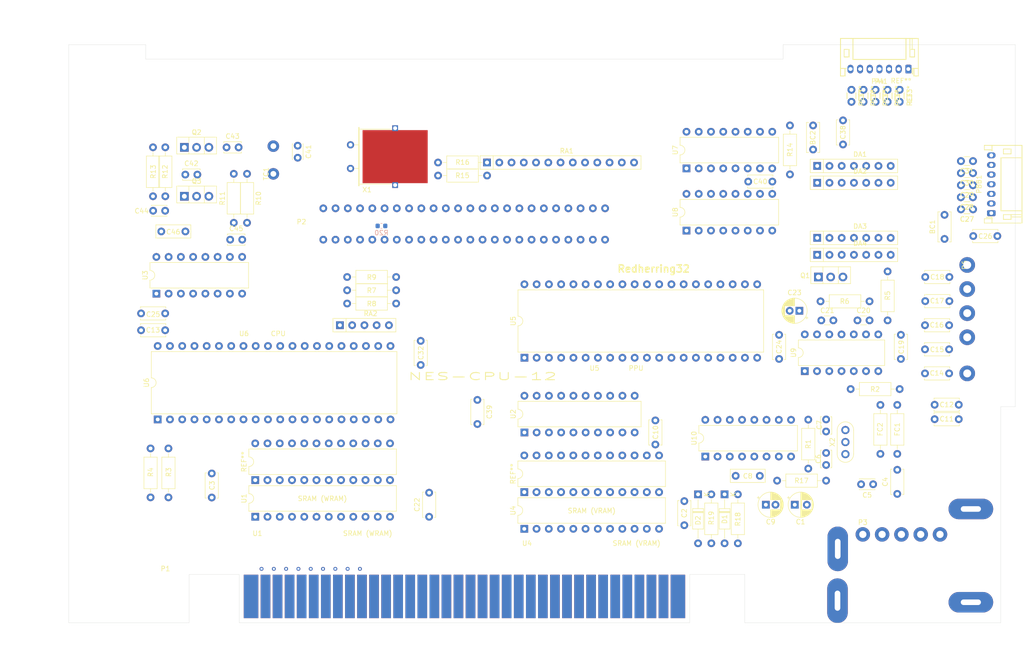
<source format=kicad_pcb>
(kicad_pcb (version 20171130) (host pcbnew 5.1.4-e60b266~84~ubuntu19.04.1)
  (layers (0 F.Cu signal) (31 B.Cu signal) (34 B.Paste user) (35 F.Paste user) (36 B.SilkS user) (37 F.SilkS user) (38 B.Mask user) (39 F.Mask user) (44 Edge.Cuts user))
  (net 0 "")
  (net 1 /GND)
  (net 2 /4017RD_OE)
  (net 3 /4016WR_B0)
  (net 4 /JOY2D0)
  (net 5 /JOY2D3)
  (net 6 /JOY2D4)
  (net 7 /4016RD_OE)
  (net 8 /JOY1D3)
  (net 9 /JOY1D4)
  (net 10 "Net-(DA1-Pad6)")
  (net 11 "Net-(DA1-Pad5)")
  (net 12 /M2)
  (net 13 /VCC)
  (net 14 "Net-(U3-Pad7)")
  (net 15 "Net-(U3-Pad6)")
  (net 16 "Net-(U3-Pad12)")
  (net 17 "Net-(U3-Pad10)")
  (net 18 /ALE)
  (net 19 /PPU-CLK)
  (net 20 /VIDEO)
  (net 21 "Net-(C6-Pad2)")
  (net 22 "Net-(C7-Pad2)")
  (net 23 "Net-(C17-Pad2)")
  (net 24 "Net-(C9-Pad2)")
  (net 25 "Net-(C11-Pad2)")
  (net 26 "Net-(C18-Pad2)")
  (net 27 /EXP-AUDIO-OUT)
  (net 28 "Net-(C20-Pad1)")
  (net 29 "Net-(C23-Pad2)")
  (net 30 /4017-D0)
  (net 31 /4017-D3)
  (net 32 /4017-D4)
  (net 33 /~OE1)
  (net 34 /4016-D0)
  (net 35 /4016-D3)
  (net 36 /4016-D4)
  (net 37 "Net-(C41-Pad2)")
  (net 38 "Net-(C41-Pad1)")
  (net 39 "Net-(C42-Pad2)")
  (net 40 /CPU-CLK)
  (net 41 /SYSTEM-CLK)
  (net 42 "Net-(C45-Pad1)")
  (net 43 /CIC-TO-MB)
  (net 44 /CIC-TO-CART)
  (net 45 "Net-(R1-Pad1)")
  (net 46 /EXP-VIDEO)
  (net 47 /SOUND-2)
  (net 48 /SOUND-1)
  (net 49 "Net-(R5-Pad1)")
  (net 50 /EXP-AUDIO-IN)
  (net 51 /~NMI)
  (net 52 "Net-(R18-Pad2)")
  (net 53 "Net-(R19-Pad2)")
  (net 54 /4016-D2)
  (net 55 /4016-D1)
  (net 56 /~IRQ)
  (net 57 /4017-D2)
  (net 58 /4017-D1)
  (net 59 /PPU-A13)
  (net 60 /CPU-A8)
  (net 61 /CPU-D2)
  (net 62 /CPU-A9)
  (net 63 /CPU-D1)
  (net 64 /CPU-R~W)
  (net 65 /CPU-D0)
  (net 66 /CPU-A0)
  (net 67 /CPU-A10)
  (net 68 /CPU-A1)
  (net 69 /WRAM-~CE)
  (net 70 /CPU-A2)
  (net 71 /CPU-D7)
  (net 72 /CPU-A3)
  (net 73 /CPU-D6)
  (net 74 /CPU-A4)
  (net 75 /CPU-D5)
  (net 76 /CPU-A5)
  (net 77 /CPU-D4)
  (net 78 /CPU-A6)
  (net 79 /CPU-D3)
  (net 80 /CPU-A7)
  (net 81 /PPU-A1)
  (net 82 /PPU-A0)
  (net 83 /PPU-D0)
  (net 84 /PPU-A7)
  (net 85 /PPU-D2)
  (net 86 /PPU-D7)
  (net 87 /PPU-A2)
  (net 88 /PPU-D5)
  (net 89 /PPU-A4)
  (net 90 /PPU-A5)
  (net 91 /PPU-D4)
  (net 92 /PPU-A3)
  (net 93 /PPU-D6)
  (net 94 /PPU-D3)
  (net 95 /PPU-A6)
  (net 96 /PPU-D1)
  (net 97 /CPU-A15)
  (net 98 /PPU-~CE)
  (net 99 "Net-(U3-Pad1)")
  (net 100 /CPU-A14)
  (net 101 /CPU-A13)
  (net 102 /~ROMSEL)
  (net 103 /PPU-A8)
  (net 104 /PPU-A9)
  (net 105 /PPU-~WE)
  (net 106 /PPU-~RD)
  (net 107 /VRAM-A10)
  (net 108 /VRAM-~CE)
  (net 109 /PPU-D8)
  (net 110 /PPU-D9)
  (net 111 /PPU-A10)
  (net 112 /PPU-A11)
  (net 113 /PPU-A12)
  (net 114 /~RST)
  (net 115 "Net-(Q1-Pad3)")
  (net 116 /OUT-1)
  (net 117 /OUT-2)
  (net 118 /CPU-A12)
  (net 119 /CPU-A11)
  (net 120 "Net-(U7-Pad7)")
  (net 121 "Net-(U8-Pad7)")
  (net 122 /PPU-~A13)
  (net 123 "Net-(U10-Pad6)")
  (net 124 /CIC-CLK)
  (net 125 "Net-(U9-Pad1)")
  (net 126 "Net-(U10-Pad5)")
  (net 127 /CIC-RST)
  (net 128 /+9V)
  (net 129 /AUDIO)
  (net 130 /EXP-0)
  (net 131 /EXP-1)
  (net 132 /EXP-2)
  (net 133 /EXP-3)
  (net 134 /EXP-4)
  (net 135 /EXP-9)
  (net 136 /EXP-7)
  (net 137 /EXP-6)
  (net 138 /EXP-5)
  (net 139 /EXP-8)
  (net 140 "Net-(P2-Pad46)")
  (module Package_DIP:DIP-16_W7.62mm (layer F.Cu) (at 132 -34.5 90)
    (fp_text reference U10 (at 3.81 -2.33 90) (layer F.SilkS))
    (fp_text value CIC)
    (pad 16 thru_hole oval (at 7.62 0 90) (size 1.6 1.6) (drill 0.8) (layers *.Cu *.Mask) (net 13 /VCC))
    (pad 8 thru_hole oval (at 0 17.78 90) (size 1.6 1.6) (drill 0.8) (layers *.Cu *.Mask) (net 1 /GND))
    (pad 15 thru_hole oval (at 7.62 2.54 90) (size 1.6 1.6) (drill 0.8) (layers *.Cu *.Mask) (net 1 /GND))
    (pad 7 thru_hole oval (at 0 15.24 90) (size 1.6 1.6) (drill 0.8) (layers *.Cu *.Mask) (net 23 "Net-(C17-Pad2)"))
    (pad 14 thru_hole oval (at 7.62 5.08 90) (size 1.6 1.6) (drill 0.8) (layers *.Cu *.Mask) (net 1 /GND))
    (pad 6 thru_hole oval (at 0 12.7 90) (size 1.6 1.6) (drill 0.8) (layers *.Cu *.Mask) (net 123 "Net-(U10-Pad6)"))
    (pad 13 thru_hole oval (at 7.62 7.62 90) (size 1.6 1.6) (drill 0.8) (layers *.Cu *.Mask) (net 1 /GND))
    (pad 5 thru_hole oval (at 0 10.16 90) (size 1.6 1.6) (drill 0.8) (layers *.Cu *.Mask) (net 126 "Net-(U10-Pad5)"))
    (pad 12 thru_hole oval (at 7.62 10.16 90) (size 1.6 1.6) (drill 0.8) (layers *.Cu *.Mask) (net 1 /GND))
    (pad 4 thru_hole oval (at 0 7.62 90) (size 1.6 1.6) (drill 0.8) (layers *.Cu *.Mask) (net 13 /VCC))
    (pad 11 thru_hole oval (at 7.62 12.7 90) (size 1.6 1.6) (drill 0.8) (layers *.Cu *.Mask) (net 1 /GND))
    (pad 3 thru_hole oval (at 0 5.08 90) (size 1.6 1.6) (drill 0.8) (layers *.Cu *.Mask) (net 24 "Net-(C9-Pad2)"))
    (pad 10 thru_hole oval (at 7.62 15.24 90) (size 1.6 1.6) (drill 0.8) (layers *.Cu *.Mask) (net 127 /CIC-RST))
    (pad 2 thru_hole oval (at 0 2.54 90) (size 1.6 1.6) (drill 0.8) (layers *.Cu *.Mask) (net 52 "Net-(R18-Pad2)"))
    (pad 9 thru_hole oval (at 7.62 17.78 90) (size 1.6 1.6) (drill 0.8) (layers *.Cu *.Mask) (net 114 /~RST))
    (pad 1 thru_hole rect (at 0 0 90) (size 1.6 1.6) (drill 0.8) (layers *.Cu *.Mask) (net 53 "Net-(R19-Pad2)"))
  )
  (module NESRE:PowerReset-switch-In (layer F.Cu) (at 186.3 -74.25 270)
    (fp_text reference P6 (at 0 0.5 90) (layer F.SilkS))
    (fp_text value "PWR/RST IN")
    (pad 5 thru_hole circle (at 0 0) (size 3.25 3.25) (drill 1.65) (layers *.Cu *.Mask) (net 26 "Net-(C18-Pad2)"))
    (pad 4 thru_hole circle (at 5 0) (size 3.25 3.25) (drill 1.65) (layers *.Cu *.Mask) (net 23 "Net-(C17-Pad2)"))
    (pad 3 thru_hole circle (at 10 0) (size 3.25 3.25) (drill 1.65) (layers *.Cu *.Mask) (net 13 /VCC))
    (pad 2 thru_hole circle (at 15 0) (size 3.25 3.25) (drill 1.65) (layers *.Cu *.Mask) (net 128 /+9V))
    (pad 1 thru_hole circle (at 22.5 0) (size 3.25 3.25) (drill 1.65) (layers *.Cu *.Mask) (net 25 "Net-(C11-Pad2)"))
  )
  (module Resistor_THT:R_Axial_DIN0207_L6.3mm_D2.5mm_P10.16mm_Horizontal (layer F.Cu) (at 20.05 -88.5 90)
    (fp_text reference R12 (at 5.1 -0.05 90) (layer F.SilkS))
    (fp_text value 510)
    (pad 2 thru_hole oval (at 10.16 0 90) (size 1.6 1.6) (drill 0.8) (layers *.Cu *.Mask) (net 1 /GND))
    (pad 1 thru_hole circle (at 0 0 90) (size 1.6 1.6) (drill 0.8) (layers *.Cu *.Mask) (net 41 /SYSTEM-CLK))
  )
  (module Resistor_SMD:R_0603_1608Metric (layer B.Cu) (at 64.8625 -82.35)
    (fp_text reference R20 (at 0 1.43) (layer B.SilkS) (effects (justify mirror)))
    (fp_text value 100K)
    (pad 2 smd roundrect (at 0.7875 0) (size 0.875 0.95) (layers B.Cu B.Paste B.Mask) (net 137 /EXP-6))
    (pad 1 smd roundrect (at -0.7875 0) (size 0.875 0.95) (layers B.Cu B.Paste B.Mask) (net 50 /EXP-AUDIO-IN))
  )
  (module NESRE:EXP_Header (layer F.Cu) (at 52.808 -86)
    (fp_text reference P2 (at -4.53 2.804) (layer F.SilkS))
    (fp_text value EXP-Connector)
    (pad 48 thru_hole circle (at -0.003 0) (size 1.6 1.6) (drill 0.8) (layers *.Cu *.Mask) (net 13 /VCC))
    (pad 47 thru_hole circle (at 2.537 0) (size 1.6 1.6) (drill 0.8) (layers *.Cu *.Mask) (net 1 /GND))
    (pad 46 thru_hole circle (at 5.081 0) (size 1.6 1.6) (drill 0.8) (layers *.Cu *.Mask) (net 140 "Net-(P2-Pad46)"))
    (pad 45 thru_hole circle (at 7.62 0) (size 1.6 1.6) (drill 0.8) (layers *.Cu *.Mask) (net 117 /OUT-2))
    (pad 44 thru_hole circle (at 10.16 0) (size 1.6 1.6) (drill 0.8) (layers *.Cu *.Mask) (net 116 /OUT-1))
    (pad 43 thru_hole circle (at 12.705 0) (size 1.6 1.6) (drill 0.8) (layers *.Cu *.Mask) (net 30 /4017-D0))
    (pad 42 thru_hole circle (at 15.24 -0.002) (size 1.6 1.6) (drill 0.8) (layers *.Cu *.Mask) (net 130 /EXP-0))
    (pad 41 thru_hole circle (at 17.78 0) (size 1.6 1.6) (drill 0.8) (layers *.Cu *.Mask) (net 131 /EXP-1))
    (pad 40 thru_hole circle (at 20.323 0) (size 1.6 1.6) (drill 0.8) (layers *.Cu *.Mask) (net 132 /EXP-2))
    (pad 39 thru_hole circle (at 22.863 0) (size 1.6 1.6) (drill 0.8) (layers *.Cu *.Mask) (net 133 /EXP-3))
    (pad 38 thru_hole circle (at 25.402 0) (size 1.6 1.6) (drill 0.8) (layers *.Cu *.Mask) (net 134 /EXP-4))
    (pad 37 thru_hole circle (at 27.942 0) (size 1.6 1.6) (drill 0.8) (layers *.Cu *.Mask) (net 33 /~OE1))
    (pad 36 thru_hole circle (at 30.481 0) (size 1.6 1.6) (drill 0.8) (layers *.Cu *.Mask) (net 36 /4016-D4))
    (pad 35 thru_hole circle (at 33.021 0) (size 1.6 1.6) (drill 0.8) (layers *.Cu *.Mask) (net 34 /4016-D0))
    (pad 34 thru_hole circle (at 35.56 -0.002) (size 1.6 1.6) (drill 0.8) (layers *.Cu *.Mask) (net 33 /~OE1))
    (pad 33 thru_hole circle (at 38.1 0) (size 1.6 1.6) (drill 0.8) (layers *.Cu *.Mask) (net 54 /4016-D2))
    (pad 32 thru_hole circle (at 40.645 0) (size 1.6 1.6) (drill 0.8) (layers *.Cu *.Mask) (net 65 /CPU-D0))
    (pad 31 thru_hole circle (at 43.18 0.001) (size 1.6 1.6) (drill 0.8) (layers *.Cu *.Mask) (net 63 /CPU-D1))
    (pad 30 thru_hole circle (at 45.72 0.003) (size 1.6 1.6) (drill 0.8) (layers *.Cu *.Mask) (net 61 /CPU-D2))
    (pad 29 thru_hole circle (at 48.259 0) (size 1.6 1.6) (drill 0.8) (layers *.Cu *.Mask) (net 79 /CPU-D3))
    (pad 28 thru_hole circle (at 50.803 0) (size 1.6 1.6) (drill 0.8) (layers *.Cu *.Mask) (net 77 /CPU-D4))
    (pad 27 thru_hole circle (at 53.343 0) (size 1.6 1.6) (drill 0.8) (layers *.Cu *.Mask) (net 75 /CPU-D5))
    (pad 26 thru_hole circle (at 55.883 0) (size 1.6 1.6) (drill 0.8) (layers *.Cu *.Mask) (net 73 /CPU-D6))
    (pad 25 thru_hole circle (at 58.421 0) (size 1.6 1.6) (drill 0.8) (layers *.Cu *.Mask) (net 71 /CPU-D7))
    (pad 15 thru_hole circle (at 35.555 6.498) (size 1.6 1.6) (drill 0.8) (layers *.Cu *.Mask) (net 57 /4017-D2))
    (pad 7 thru_hole circle (at 15.235 6.498) (size 1.6 1.6) (drill 0.8) (layers *.Cu *.Mask) (net 139 /EXP-8))
    (pad 11 thru_hole circle (at 25.397 6.5) (size 1.6 1.6) (drill 0.8) (layers *.Cu *.Mask) (net 30 /4017-D0))
    (pad 24 thru_hole circle (at 58.416 6.5) (size 1.6 1.6) (drill 0.8) (layers *.Cu *.Mask) (net 124 /CIC-CLK))
    (pad 19 thru_hole circle (at 45.715 6.503) (size 1.6 1.6) (drill 0.8) (layers *.Cu *.Mask) (net 30 /4017-D0))
    (pad 18 thru_hole circle (at 43.175 6.501) (size 1.6 1.6) (drill 0.8) (layers *.Cu *.Mask) (net 32 /4017-D4))
    (pad 16 thru_hole circle (at 38.095 6.5) (size 1.6 1.6) (drill 0.8) (layers *.Cu *.Mask) (net 31 /4017-D3))
    (pad 10 thru_hole circle (at 22.858 6.5) (size 1.6 1.6) (drill 0.8) (layers *.Cu *.Mask) (net 138 /EXP-5))
    (pad 17 thru_hole circle (at 40.64 6.5) (size 1.6 1.6) (drill 0.8) (layers *.Cu *.Mask) (net 30 /4017-D0))
    (pad 22 thru_hole circle (at 53.338 6.5) (size 1.6 1.6) (drill 0.8) (layers *.Cu *.Mask) (net 27 /EXP-AUDIO-OUT))
    (pad 21 thru_hole circle (at 50.798 6.5) (size 1.6 1.6) (drill 0.8) (layers *.Cu *.Mask) (net 46 /EXP-VIDEO))
    (pad 12 thru_hole circle (at 27.937 6.5) (size 1.6 1.6) (drill 0.8) (layers *.Cu *.Mask) (net 55 /4016-D1))
    (pad 23 thru_hole circle (at 55.878 6.5) (size 1.6 1.6) (drill 0.8) (layers *.Cu *.Mask) (net 128 /+9V))
    (pad 20 thru_hole circle (at 48.254 6.5) (size 1.6 1.6) (drill 0.8) (layers *.Cu *.Mask) (net 58 /4017-D1))
    (pad 13 thru_hole circle (at 30.476 6.5) (size 1.6 1.6) (drill 0.8) (layers *.Cu *.Mask) (net 35 /4016-D3))
    (pad 14 thru_hole circle (at 33.016 6.5) (size 1.6 1.6) (drill 0.8) (layers *.Cu *.Mask) (net 56 /~IRQ))
    (pad 9 thru_hole circle (at 20.318 6.5) (size 1.6 1.6) (drill 0.8) (layers *.Cu *.Mask) (net 137 /EXP-6))
    (pad 8 thru_hole circle (at 17.775 6.5) (size 1.6 1.6) (drill 0.8) (layers *.Cu *.Mask) (net 136 /EXP-7))
    (pad 3 thru_hole circle (at 5.076 6.5) (size 1.6 1.6) (drill 0.8) (layers *.Cu *.Mask) (net 50 /EXP-AUDIO-IN))
    (pad 2 thru_hole circle (at 2.532 6.5) (size 1.6 1.6) (drill 0.8) (layers *.Cu *.Mask) (net 1 /GND))
    (pad 1 thru_hole circle (at -0.008 6.5) (size 1.6 1.6) (drill 0.8) (layers *.Cu *.Mask) (net 13 /VCC))
    (pad 6 thru_hole circle (at 12.7 6.5) (size 1.6 1.6) (drill 0.8) (layers *.Cu *.Mask) (net 135 /EXP-9))
    (pad 5 thru_hole circle (at 10.155 6.5) (size 1.6 1.6) (drill 0.8) (layers *.Cu *.Mask) (net 97 /CPU-A15))
    (pad 4 thru_hole circle (at 7.615 6.5) (size 1.6 1.6) (drill 0.8) (layers *.Cu *.Mask) (net 51 /~NMI))
  )
  (module NESRE:NES_Edge_Connector (layer F.Cu) (at 20.075 -11.725)
    (fp_text reference P1 (at 0 0.5) (layer F.SilkS))
    (fp_text value "72-Pin Connector")
    (pad 1 smd rect (at 17.75 6.25) (size 3 9) (layers F.Cu F.Paste F.Mask) (net 1 /GND))
    (pad 2 smd rect (at 20.75 6.25) (size 2 9) (layers F.Cu F.Paste F.Mask) (net 119 /CPU-A11))
    (pad 3 smd rect (at 23.25 6.25) (size 2 9) (layers F.Cu F.Paste F.Mask) (net 67 /CPU-A10))
    (pad 4 smd rect (at 25.75 6.25) (size 2 9) (layers F.Cu F.Paste F.Mask) (net 62 /CPU-A9))
    (pad 5 smd rect (at 28.25 6.25) (size 2 9) (layers F.Cu F.Paste F.Mask) (net 60 /CPU-A8))
    (pad 6 smd rect (at 30.75 6.25) (size 2 9) (layers F.Cu F.Paste F.Mask) (net 80 /CPU-A7))
    (pad 7 smd rect (at 33.25 6.25) (size 2 9) (layers F.Cu F.Paste F.Mask) (net 78 /CPU-A6))
    (pad 8 smd rect (at 35.75 6.25) (size 2 9) (layers F.Cu F.Paste F.Mask) (net 76 /CPU-A5))
    (pad 9 smd rect (at 38.25 6.25) (size 2 9) (layers F.Cu F.Paste F.Mask) (net 74 /CPU-A4))
    (pad 10 smd rect (at 40.75 6.25) (size 2 9) (layers F.Cu F.Paste F.Mask) (net 72 /CPU-A3))
    (pad 11 smd rect (at 43.25 6.25) (size 2 9) (layers F.Cu F.Paste F.Mask) (net 70 /CPU-A2))
    (pad 12 smd rect (at 45.75 6.25) (size 2 9) (layers F.Cu F.Paste F.Mask) (net 68 /CPU-A1))
    (pad 13 smd rect (at 48.25 6.25) (size 2 9) (layers F.Cu F.Paste F.Mask) (net 66 /CPU-A0))
    (pad 14 smd rect (at 50.75 6.25) (size 2 9) (layers F.Cu F.Paste F.Mask) (net 64 /CPU-R~W))
    (pad 15 smd rect (at 53.25 6.25) (size 2 9) (layers F.Cu F.Paste F.Mask) (net 56 /~IRQ))
    (pad 16 smd rect (at 55.75 6.25) (size 2 9) (layers F.Cu F.Paste F.Mask) (net 130 /EXP-0))
    (pad 17 smd rect (at 58.25 6.25) (size 2 9) (layers F.Cu F.Paste F.Mask) (net 131 /EXP-1))
    (pad 18 smd rect (at 60.75 6.25) (size 2 9) (layers F.Cu F.Paste F.Mask) (net 132 /EXP-2))
    (pad 19 smd rect (at 63.25 6.25) (size 2 9) (layers F.Cu F.Paste F.Mask) (net 133 /EXP-3))
    (pad 20 smd rect (at 65.75 6.25) (size 2 9) (layers F.Cu F.Paste F.Mask) (net 134 /EXP-4))
    (pad 21 smd rect (at 68.25 6.25) (size 2 9) (layers F.Cu F.Paste F.Mask) (net 106 /PPU-~RD))
    (pad 22 smd rect (at 70.75 6.25) (size 2 9) (layers F.Cu F.Paste F.Mask) (net 107 /VRAM-A10))
    (pad 23 smd rect (at 73.25 6.25) (size 2 9) (layers F.Cu F.Paste F.Mask) (net 95 /PPU-A6))
    (pad 24 smd rect (at 75.75 6.25) (size 2 9) (layers F.Cu F.Paste F.Mask) (net 90 /PPU-A5))
    (pad 25 smd rect (at 78.25 6.25) (size 2 9) (layers F.Cu F.Paste F.Mask) (net 89 /PPU-A4))
    (pad 26 smd rect (at 80.75 6.25) (size 2 9) (layers F.Cu F.Paste F.Mask) (net 92 /PPU-A3))
    (pad 27 smd rect (at 83.25 6.25) (size 2 9) (layers F.Cu F.Paste F.Mask) (net 87 /PPU-A2))
    (pad 28 smd rect (at 85.75 6.25) (size 2 9) (layers F.Cu F.Paste F.Mask) (net 81 /PPU-A1))
    (pad 29 smd rect (at 88.25 6.25) (size 2 9) (layers F.Cu F.Paste F.Mask) (net 82 /PPU-A0))
    (pad 30 smd rect (at 90.75 6.25) (size 2 9) (layers F.Cu F.Paste F.Mask) (net 83 /PPU-D0))
    (pad 31 smd rect (at 93.25 6.25) (size 2 9) (layers F.Cu F.Paste F.Mask) (net 96 /PPU-D1))
    (pad 32 smd rect (at 95.75 6.25) (size 2 9) (layers F.Cu F.Paste F.Mask) (net 85 /PPU-D2))
    (pad 33 smd rect (at 98.25 6.25) (size 2 9) (layers F.Cu F.Paste F.Mask) (net 94 /PPU-D3))
    (pad 34 smd rect (at 100.75 6.25) (size 2 9) (layers F.Cu F.Paste F.Mask) (net 44 /CIC-TO-CART))
    (pad 35 smd rect (at 103.25 6.25) (size 2 9) (layers F.Cu F.Paste F.Mask) (net 43 /CIC-TO-MB))
    (pad 36 smd rect (at 106.25 6.25) (size 3 9) (layers F.Cu F.Paste F.Mask) (net 13 /VCC))
    (pad 45 smd rect (at 85.75 6.25) (size 2 9) (layers B.Cu B.Paste B.Mask) (net 77 /CPU-D4))
    (pad 44 smd rect (at 88.25 6.25) (size 2 9) (layers B.Cu B.Paste B.Mask) (net 75 /CPU-D5))
    (pad 43 smd rect (at 90.75 6.25) (size 2 9) (layers B.Cu B.Paste B.Mask) (net 73 /CPU-D6))
    (pad 42 smd rect (at 93.25 6.25) (size 2 9) (layers B.Cu B.Paste B.Mask) (net 71 /CPU-D7))
    (pad 46 smd rect (at 83.25 6.25) (size 2 9) (layers B.Cu B.Paste B.Mask) (net 79 /CPU-D3))
    (pad 51 smd rect (at 70.75 6.25) (size 2 9) (layers B.Cu B.Paste B.Mask) (net 135 /EXP-9))
    (pad 49 smd rect (at 75.75 6.25) (size 2 9) (layers B.Cu B.Paste B.Mask) (net 65 /CPU-D0))
    (pad 50 smd rect (at 73.25 6.25) (size 2 9) (layers B.Cu B.Paste B.Mask) (net 102 /~ROMSEL))
    (pad 48 smd rect (at 78.25 6.25) (size 2 9) (layers B.Cu B.Paste B.Mask) (net 63 /CPU-D1))
    (pad 47 smd rect (at 80.75 6.25) (size 2 9) (layers B.Cu B.Paste B.Mask) (net 61 /CPU-D2))
    (pad 72 smd rect (at 17.75 6.25) (size 3 9) (layers B.Cu B.Paste B.Mask) (net 1 /GND))
    (pad 71 smd rect (at 20.75 6.25) (size 2 9) (layers B.Cu B.Paste B.Mask) (net 124 /CIC-CLK))
    (pad 70 smd rect (at 23.25 6.25) (size 2 9) (layers B.Cu B.Paste B.Mask) (net 127 /CIC-RST))
    (pad 69 smd rect (at 25.75 6.25) (size 2 9) (layers B.Cu B.Paste B.Mask) (net 91 /PPU-D4))
    (pad 56 smd rect (at 58.25 6.25) (size 2 9) (layers B.Cu B.Paste B.Mask) (net 105 /PPU-~WE))
    (pad 58 smd rect (at 53.25 6.25) (size 2 9) (layers B.Cu B.Paste B.Mask) (net 122 /PPU-~A13))
    (pad 57 smd rect (at 55.75 6.25) (size 2 9) (layers B.Cu B.Paste B.Mask) (net 108 /VRAM-~CE))
    (pad 67 smd rect (at 30.75 6.25) (size 2 9) (layers B.Cu B.Paste B.Mask) (net 93 /PPU-D6))
    (pad 62 smd rect (at 43.25 6.25) (size 2 9) (layers B.Cu B.Paste B.Mask) (net 112 /PPU-A11))
    (pad 53 smd rect (at 65.75 6.25) (size 2 9) (layers B.Cu B.Paste B.Mask) (net 136 /EXP-7))
    (pad 66 smd rect (at 33.25 6.25) (size 2 9) (layers B.Cu B.Paste B.Mask) (net 86 /PPU-D7))
    (pad 64 smd rect (at 38.25 6.25) (size 2 9) (layers B.Cu B.Paste B.Mask) (net 113 /PPU-A12))
    (pad 59 smd rect (at 50.75 6.25) (size 2 9) (layers B.Cu B.Paste B.Mask) (net 84 /PPU-A7))
    (pad 63 smd rect (at 40.75 6.25) (size 2 9) (layers B.Cu B.Paste B.Mask) (net 111 /PPU-A10))
    (pad 60 smd rect (at 48.25 6.25) (size 2 9) (layers B.Cu B.Paste B.Mask) (net 103 /PPU-A8))
    (pad 54 smd rect (at 63.25 6.25) (size 2 9) (layers B.Cu B.Paste B.Mask) (net 137 /EXP-6))
    (pad 61 smd rect (at 45.75 6.25) (size 2 9) (layers B.Cu B.Paste B.Mask) (net 104 /PPU-A9))
    (pad 65 smd rect (at 35.75 6.25) (size 2 9) (layers B.Cu B.Paste B.Mask) (net 59 /PPU-A13))
    (pad 68 smd rect (at 28.25 6.25) (size 2 9) (layers B.Cu B.Paste B.Mask) (net 88 /PPU-D5))
    (pad 55 smd rect (at 60.75 6.25) (size 2 9) (layers B.Cu B.Paste B.Mask) (net 138 /EXP-5))
    (pad 52 smd rect (at 68.25 6.25) (size 2 9) (layers B.Cu B.Paste B.Mask) (net 139 /EXP-8))
    (pad 41 smd rect (at 95.75 6.25) (size 2 9) (layers B.Cu B.Paste B.Mask) (net 100 /CPU-A14))
    (pad 40 smd rect (at 98.25 6.25) (size 2 9) (layers B.Cu B.Paste B.Mask) (net 101 /CPU-A13))
    (pad 39 smd rect (at 100.75 6.25) (size 2 9) (layers B.Cu B.Paste B.Mask) (net 118 /CPU-A12))
    (pad 28 smd rect (at 103.25 6.25) (size 2 9) (layers B.Cu B.Paste B.Mask) (net 81 /PPU-A1))
    (pad 37 smd rect (at 106.25 6.25) (size 3 9) (layers B.Cu B.Paste B.Mask) (net 41 /SYSTEM-CLK))
  )
  (module Package_DIP:DIP-24_W7.62mm (layer F.Cu) (at 94.475 -19.5 90)
    (fp_text reference U4 (at 3.81 -2.33 90) (layer F.SilkS))
    (fp_text value "6116 (VRAM)")
    (pad 24 thru_hole oval (at 7.62 0 90) (size 1.6 1.6) (drill 0.8) (layers *.Cu *.Mask) (net 13 /VCC))
    (pad 12 thru_hole oval (at 0 27.94 90) (size 1.6 1.6) (drill 0.8) (layers *.Cu *.Mask) (net 1 /GND))
    (pad 23 thru_hole oval (at 7.62 2.54 90) (size 1.6 1.6) (drill 0.8) (layers *.Cu *.Mask) (net 103 /PPU-A8))
    (pad 11 thru_hole oval (at 0 25.4 90) (size 1.6 1.6) (drill 0.8) (layers *.Cu *.Mask) (net 85 /PPU-D2))
    (pad 22 thru_hole oval (at 7.62 5.08 90) (size 1.6 1.6) (drill 0.8) (layers *.Cu *.Mask) (net 104 /PPU-A9))
    (pad 10 thru_hole oval (at 0 22.86 90) (size 1.6 1.6) (drill 0.8) (layers *.Cu *.Mask) (net 96 /PPU-D1))
    (pad 21 thru_hole oval (at 7.62 7.62 90) (size 1.6 1.6) (drill 0.8) (layers *.Cu *.Mask) (net 105 /PPU-~WE))
    (pad 9 thru_hole oval (at 0 20.32 90) (size 1.6 1.6) (drill 0.8) (layers *.Cu *.Mask) (net 83 /PPU-D0))
    (pad 20 thru_hole oval (at 7.62 10.16 90) (size 1.6 1.6) (drill 0.8) (layers *.Cu *.Mask) (net 106 /PPU-~RD))
    (pad 8 thru_hole oval (at 0 17.78 90) (size 1.6 1.6) (drill 0.8) (layers *.Cu *.Mask) (net 82 /PPU-A0))
    (pad 19 thru_hole oval (at 7.62 12.7 90) (size 1.6 1.6) (drill 0.8) (layers *.Cu *.Mask) (net 107 /VRAM-A10))
    (pad 7 thru_hole oval (at 0 15.24 90) (size 1.6 1.6) (drill 0.8) (layers *.Cu *.Mask) (net 81 /PPU-A1))
    (pad 18 thru_hole oval (at 7.62 15.24 90) (size 1.6 1.6) (drill 0.8) (layers *.Cu *.Mask) (net 108 /VRAM-~CE))
    (pad 6 thru_hole oval (at 0 12.7 90) (size 1.6 1.6) (drill 0.8) (layers *.Cu *.Mask) (net 87 /PPU-A2))
    (pad 17 thru_hole oval (at 7.62 17.78 90) (size 1.6 1.6) (drill 0.8) (layers *.Cu *.Mask) (net 86 /PPU-D7))
    (pad 5 thru_hole oval (at 0 10.16 90) (size 1.6 1.6) (drill 0.8) (layers *.Cu *.Mask) (net 92 /PPU-A3))
    (pad 16 thru_hole oval (at 7.62 20.32 90) (size 1.6 1.6) (drill 0.8) (layers *.Cu *.Mask) (net 93 /PPU-D6))
    (pad 4 thru_hole oval (at 0 7.62 90) (size 1.6 1.6) (drill 0.8) (layers *.Cu *.Mask) (net 89 /PPU-A4))
    (pad 15 thru_hole oval (at 7.62 22.86 90) (size 1.6 1.6) (drill 0.8) (layers *.Cu *.Mask) (net 88 /PPU-D5))
    (pad 3 thru_hole oval (at 0 5.08 90) (size 1.6 1.6) (drill 0.8) (layers *.Cu *.Mask) (net 90 /PPU-A5))
    (pad 14 thru_hole oval (at 7.62 25.4 90) (size 1.6 1.6) (drill 0.8) (layers *.Cu *.Mask) (net 91 /PPU-D4))
    (pad 2 thru_hole oval (at 0 2.54 90) (size 1.6 1.6) (drill 0.8) (layers *.Cu *.Mask) (net 95 /PPU-A6))
    (pad 13 thru_hole oval (at 7.62 27.94 90) (size 1.6 1.6) (drill 0.8) (layers *.Cu *.Mask) (net 94 /PPU-D3))
    (pad 1 thru_hole rect (at 0 0 90) (size 1.6 1.6) (drill 0.8) (layers *.Cu *.Mask) (net 84 /PPU-A7))
  )
  (module Package_DIP:DIP-24_W7.62mm (layer F.Cu) (at 38.7 -22 90)
    (fp_text reference U1 (at 3.81 -2.33 90) (layer F.SilkS))
    (fp_text value "6116 (WRAM)")
    (pad 24 thru_hole oval (at 7.62 0 90) (size 1.6 1.6) (drill 0.8) (layers *.Cu *.Mask) (net 13 /VCC))
    (pad 12 thru_hole oval (at 0 27.94 90) (size 1.6 1.6) (drill 0.8) (layers *.Cu *.Mask) (net 1 /GND))
    (pad 23 thru_hole oval (at 7.62 2.54 90) (size 1.6 1.6) (drill 0.8) (layers *.Cu *.Mask) (net 60 /CPU-A8))
    (pad 11 thru_hole oval (at 0 25.4 90) (size 1.6 1.6) (drill 0.8) (layers *.Cu *.Mask) (net 61 /CPU-D2))
    (pad 22 thru_hole oval (at 7.62 5.08 90) (size 1.6 1.6) (drill 0.8) (layers *.Cu *.Mask) (net 62 /CPU-A9))
    (pad 10 thru_hole oval (at 0 22.86 90) (size 1.6 1.6) (drill 0.8) (layers *.Cu *.Mask) (net 63 /CPU-D1))
    (pad 21 thru_hole oval (at 7.62 7.62 90) (size 1.6 1.6) (drill 0.8) (layers *.Cu *.Mask) (net 64 /CPU-R~W))
    (pad 9 thru_hole oval (at 0 20.32 90) (size 1.6 1.6) (drill 0.8) (layers *.Cu *.Mask) (net 65 /CPU-D0))
    (pad 20 thru_hole oval (at 7.62 10.16 90) (size 1.6 1.6) (drill 0.8) (layers *.Cu *.Mask) (net 1 /GND))
    (pad 8 thru_hole oval (at 0 17.78 90) (size 1.6 1.6) (drill 0.8) (layers *.Cu *.Mask) (net 66 /CPU-A0))
    (pad 19 thru_hole oval (at 7.62 12.7 90) (size 1.6 1.6) (drill 0.8) (layers *.Cu *.Mask) (net 67 /CPU-A10))
    (pad 7 thru_hole oval (at 0 15.24 90) (size 1.6 1.6) (drill 0.8) (layers *.Cu *.Mask) (net 68 /CPU-A1))
    (pad 18 thru_hole oval (at 7.62 15.24 90) (size 1.6 1.6) (drill 0.8) (layers *.Cu *.Mask) (net 69 /WRAM-~CE))
    (pad 6 thru_hole oval (at 0 12.7 90) (size 1.6 1.6) (drill 0.8) (layers *.Cu *.Mask) (net 70 /CPU-A2))
    (pad 17 thru_hole oval (at 7.62 17.78 90) (size 1.6 1.6) (drill 0.8) (layers *.Cu *.Mask) (net 71 /CPU-D7))
    (pad 5 thru_hole oval (at 0 10.16 90) (size 1.6 1.6) (drill 0.8) (layers *.Cu *.Mask) (net 72 /CPU-A3))
    (pad 16 thru_hole oval (at 7.62 20.32 90) (size 1.6 1.6) (drill 0.8) (layers *.Cu *.Mask) (net 73 /CPU-D6))
    (pad 4 thru_hole oval (at 0 7.62 90) (size 1.6 1.6) (drill 0.8) (layers *.Cu *.Mask) (net 74 /CPU-A4))
    (pad 15 thru_hole oval (at 7.62 22.86 90) (size 1.6 1.6) (drill 0.8) (layers *.Cu *.Mask) (net 75 /CPU-D5))
    (pad 3 thru_hole oval (at 0 5.08 90) (size 1.6 1.6) (drill 0.8) (layers *.Cu *.Mask) (net 76 /CPU-A5))
    (pad 14 thru_hole oval (at 7.62 25.4 90) (size 1.6 1.6) (drill 0.8) (layers *.Cu *.Mask) (net 77 /CPU-D4))
    (pad 2 thru_hole oval (at 0 2.54 90) (size 1.6 1.6) (drill 0.8) (layers *.Cu *.Mask) (net 78 /CPU-A6))
    (pad 13 thru_hole oval (at 7.62 27.94 90) (size 1.6 1.6) (drill 0.8) (layers *.Cu *.Mask) (net 79 /CPU-D3))
    (pad 1 thru_hole rect (at 0 0 90) (size 1.6 1.6) (drill 0.8) (layers *.Cu *.Mask) (net 80 /CPU-A7))
  )
  (module Connector_JST:JST_PH_S7B-PH-K_1x07_P2.00mm_Horizontal (layer F.Cu) (at 191.3 -85 90)
    (fp_text reference P5 (at 6 -2.55 90) (layer F.SilkS))
    (fp_text value "Controller Input")
    (pad 7 thru_hole oval (at 12 0 90) (size 1.2 1.75) (drill 0.75) (layers *.Cu *.Mask) (net 32 /4017-D4))
    (pad 6 thru_hole oval (at 10 0 90) (size 1.2 1.75) (drill 0.75) (layers *.Cu *.Mask) (net 31 /4017-D3))
    (pad 5 thru_hole oval (at 8 0 90) (size 1.2 1.75) (drill 0.75) (layers *.Cu *.Mask) (net 13 /VCC))
    (pad 4 thru_hole oval (at 6 0 90) (size 1.2 1.75) (drill 0.75) (layers *.Cu *.Mask) (net 30 /4017-D0))
    (pad 3 thru_hole oval (at 4 0 90) (size 1.2 1.75) (drill 0.75) (layers *.Cu *.Mask) (net 30 /4017-D0))
    (pad 2 thru_hole oval (at 2 0 90) (size 1.2 1.75) (drill 0.75) (layers *.Cu *.Mask) (net 30 /4017-D0))
    (pad 1 thru_hole roundrect (at 0 0 90) (size 1.2 1.75) (drill 0.75) (layers *.Cu *.Mask) (roundrect_rratio 0.208333) (net 1 /GND))
  )
  (module Connector_JST:JST_PH_S7B-PH-K_1x07_P2.00mm_Horizontal (layer F.Cu) (at 174.1 -114.9 180)
    (fp_text reference P4 (at 6 -2.55) (layer F.SilkS))
    (fp_text value "Controller Input")
    (pad 7 thru_hole oval (at 12 0 180) (size 1.2 1.75) (drill 0.75) (layers *.Cu *.Mask) (net 36 /4016-D4))
    (pad 6 thru_hole oval (at 10 0 180) (size 1.2 1.75) (drill 0.75) (layers *.Cu *.Mask) (net 35 /4016-D3))
    (pad 5 thru_hole oval (at 8 0 180) (size 1.2 1.75) (drill 0.75) (layers *.Cu *.Mask) (net 13 /VCC))
    (pad 4 thru_hole oval (at 6 0 180) (size 1.2 1.75) (drill 0.75) (layers *.Cu *.Mask) (net 34 /4016-D0))
    (pad 3 thru_hole oval (at 4 0 180) (size 1.2 1.75) (drill 0.75) (layers *.Cu *.Mask) (net 30 /4017-D0))
    (pad 2 thru_hole oval (at 2 0 180) (size 1.2 1.75) (drill 0.75) (layers *.Cu *.Mask) (net 33 /~OE1))
    (pad 1 thru_hole roundrect (at 0 0 180) (size 1.2 1.75) (drill 0.75) (layers *.Cu *.Mask) (roundrect_rratio 0.208333) (net 1 /GND))
  )
  (module Capacitor_THT:C_Disc_D3.0mm_W1.6mm_P2.50mm (layer F.Cu) (at 187.49836 -95.79864 180)
    (fp_text reference C31 (at 1.25 -2.05) (layer F.SilkS))
    (fp_text value "330pF X5")
    (pad 2 thru_hole circle (at 2.5 0 180) (size 1.6 1.6) (drill 0.8) (layers *.Cu *.Mask) (net 1 /GND))
    (pad 1 thru_hole circle (at 0 0 180) (size 1.6 1.6) (drill 0.8) (layers *.Cu *.Mask) (net 6 /JOY2D4))
  )
  (module Crystal:Crystal_HC49-U_Horizontal_1EP_style2 (layer F.Cu) (at 58.45 -94.275 90)
    (fp_text reference X1 (at -4.425 3.425) (layer F.SilkS))
    (fp_text value "21.477272 MHz")
    (pad 3 thru_hole rect (at 8.35 9.25 90) (size 1.2 1.2) (drill 0.8) (layers *.Cu *.Mask))
    (pad 3 thru_hole rect (at -3.45 9.25 90) (size 1.2 1.2) (drill 0.8) (layers *.Cu *.Mask))
    (pad 3 smd rect (at 2.45 9.25 90) (size 11 13.5) (layers F.Cu F.Paste F.Mask))
    (pad 2 thru_hole circle (at 4.9 0 90) (size 1.5 1.5) (drill 0.8) (layers *.Cu *.Mask) (net 38 "Net-(C41-Pad1)"))
    (pad 1 thru_hole circle (at 0 0 90) (size 1.5 1.5) (drill 0.8) (layers *.Cu *.Mask) (net 39 "Net-(C42-Pad2)"))
  )
  (module Package_DIP:DIP-40_W15.24mm (layer F.Cu) (at 18.475 -42.2 90)
    (fp_text reference U6 (at 7.62 -2.33 90) (layer F.SilkS))
    (fp_text value "RP2A03 CPU")
    (pad 40 thru_hole oval (at 15.24 0 90) (size 1.6 1.6) (drill 0.8) (layers *.Cu *.Mask) (net 13 /VCC))
    (pad 20 thru_hole oval (at 0 48.26 90) (size 1.6 1.6) (drill 0.8) (layers *.Cu *.Mask) (net 1 /GND))
    (pad 39 thru_hole oval (at 15.24 2.54 90) (size 1.6 1.6) (drill 0.8) (layers *.Cu *.Mask) (net 30 /4017-D0))
    (pad 19 thru_hole oval (at 0 45.72 90) (size 1.6 1.6) (drill 0.8) (layers *.Cu *.Mask) (net 97 /CPU-A15))
    (pad 38 thru_hole oval (at 15.24 5.08 90) (size 1.6 1.6) (drill 0.8) (layers *.Cu *.Mask) (net 116 /OUT-1))
    (pad 18 thru_hole oval (at 0 43.18 90) (size 1.6 1.6) (drill 0.8) (layers *.Cu *.Mask) (net 100 /CPU-A14))
    (pad 37 thru_hole oval (at 15.24 7.62 90) (size 1.6 1.6) (drill 0.8) (layers *.Cu *.Mask) (net 117 /OUT-2))
    (pad 17 thru_hole oval (at 0 40.64 90) (size 1.6 1.6) (drill 0.8) (layers *.Cu *.Mask) (net 101 /CPU-A13))
    (pad 36 thru_hole oval (at 15.24 10.16 90) (size 1.6 1.6) (drill 0.8) (layers *.Cu *.Mask) (net 33 /~OE1))
    (pad 16 thru_hole oval (at 0 38.1 90) (size 1.6 1.6) (drill 0.8) (layers *.Cu *.Mask) (net 118 /CPU-A12))
    (pad 35 thru_hole oval (at 15.24 12.7 90) (size 1.6 1.6) (drill 0.8) (layers *.Cu *.Mask) (net 30 /4017-D0))
    (pad 15 thru_hole oval (at 0 35.56 90) (size 1.6 1.6) (drill 0.8) (layers *.Cu *.Mask) (net 119 /CPU-A11))
    (pad 34 thru_hole oval (at 15.24 15.24 90) (size 1.6 1.6) (drill 0.8) (layers *.Cu *.Mask) (net 64 /CPU-R~W))
    (pad 14 thru_hole oval (at 0 33.02 90) (size 1.6 1.6) (drill 0.8) (layers *.Cu *.Mask) (net 67 /CPU-A10))
    (pad 33 thru_hole oval (at 15.24 17.78 90) (size 1.6 1.6) (drill 0.8) (layers *.Cu *.Mask) (net 51 /~NMI))
    (pad 13 thru_hole oval (at 0 30.48 90) (size 1.6 1.6) (drill 0.8) (layers *.Cu *.Mask) (net 62 /CPU-A9))
    (pad 32 thru_hole oval (at 15.24 20.32 90) (size 1.6 1.6) (drill 0.8) (layers *.Cu *.Mask) (net 56 /~IRQ))
    (pad 12 thru_hole oval (at 0 27.94 90) (size 1.6 1.6) (drill 0.8) (layers *.Cu *.Mask) (net 60 /CPU-A8))
    (pad 31 thru_hole oval (at 15.24 22.86 90) (size 1.6 1.6) (drill 0.8) (layers *.Cu *.Mask) (net 12 /M2))
    (pad 11 thru_hole oval (at 0 25.4 90) (size 1.6 1.6) (drill 0.8) (layers *.Cu *.Mask) (net 80 /CPU-A7))
    (pad 30 thru_hole oval (at 15.24 25.4 90) (size 1.6 1.6) (drill 0.8) (layers *.Cu *.Mask) (net 1 /GND))
    (pad 10 thru_hole oval (at 0 22.86 90) (size 1.6 1.6) (drill 0.8) (layers *.Cu *.Mask) (net 78 /CPU-A6))
    (pad 29 thru_hole oval (at 15.24 27.94 90) (size 1.6 1.6) (drill 0.8) (layers *.Cu *.Mask) (net 40 /CPU-CLK))
    (pad 9 thru_hole oval (at 0 20.32 90) (size 1.6 1.6) (drill 0.8) (layers *.Cu *.Mask) (net 76 /CPU-A5))
    (pad 28 thru_hole oval (at 15.24 30.48 90) (size 1.6 1.6) (drill 0.8) (layers *.Cu *.Mask) (net 65 /CPU-D0))
    (pad 8 thru_hole oval (at 0 17.78 90) (size 1.6 1.6) (drill 0.8) (layers *.Cu *.Mask) (net 74 /CPU-A4))
    (pad 27 thru_hole oval (at 15.24 33.02 90) (size 1.6 1.6) (drill 0.8) (layers *.Cu *.Mask) (net 63 /CPU-D1))
    (pad 7 thru_hole oval (at 0 15.24 90) (size 1.6 1.6) (drill 0.8) (layers *.Cu *.Mask) (net 72 /CPU-A3))
    (pad 26 thru_hole oval (at 15.24 35.56 90) (size 1.6 1.6) (drill 0.8) (layers *.Cu *.Mask) (net 61 /CPU-D2))
    (pad 6 thru_hole oval (at 0 12.7 90) (size 1.6 1.6) (drill 0.8) (layers *.Cu *.Mask) (net 70 /CPU-A2))
    (pad 25 thru_hole oval (at 15.24 38.1 90) (size 1.6 1.6) (drill 0.8) (layers *.Cu *.Mask) (net 79 /CPU-D3))
    (pad 5 thru_hole oval (at 0 10.16 90) (size 1.6 1.6) (drill 0.8) (layers *.Cu *.Mask) (net 68 /CPU-A1))
    (pad 24 thru_hole oval (at 15.24 40.64 90) (size 1.6 1.6) (drill 0.8) (layers *.Cu *.Mask) (net 77 /CPU-D4))
    (pad 4 thru_hole oval (at 0 7.62 90) (size 1.6 1.6) (drill 0.8) (layers *.Cu *.Mask) (net 66 /CPU-A0))
    (pad 23 thru_hole oval (at 15.24 43.18 90) (size 1.6 1.6) (drill 0.8) (layers *.Cu *.Mask) (net 75 /CPU-D5))
    (pad 3 thru_hole oval (at 0 5.08 90) (size 1.6 1.6) (drill 0.8) (layers *.Cu *.Mask) (net 114 /~RST))
    (pad 22 thru_hole oval (at 15.24 45.72 90) (size 1.6 1.6) (drill 0.8) (layers *.Cu *.Mask) (net 73 /CPU-D6))
    (pad 2 thru_hole oval (at 0 2.54 90) (size 1.6 1.6) (drill 0.8) (layers *.Cu *.Mask) (net 47 /SOUND-2))
    (pad 21 thru_hole oval (at 15.24 48.26 90) (size 1.6 1.6) (drill 0.8) (layers *.Cu *.Mask) (net 71 /CPU-D7))
    (pad 1 thru_hole rect (at 0 0 90) (size 1.6 1.6) (drill 0.8) (layers *.Cu *.Mask) (net 48 /SOUND-1))
  )
  (module Package_DIP:DIP-20_W7.62mm (layer F.Cu) (at 94.5007 -39.497 90)
    (fp_text reference U2 (at 3.81 -2.33 90) (layer F.SilkS))
    (fp_text value 74HC373)
    (pad 20 thru_hole oval (at 7.62 0 90) (size 1.6 1.6) (drill 0.8) (layers *.Cu *.Mask) (net 13 /VCC))
    (pad 10 thru_hole oval (at 0 22.86 90) (size 1.6 1.6) (drill 0.8) (layers *.Cu *.Mask) (net 1 /GND))
    (pad 19 thru_hole oval (at 7.62 2.54 90) (size 1.6 1.6) (drill 0.8) (layers *.Cu *.Mask) (net 84 /PPU-A7))
    (pad 9 thru_hole oval (at 0 20.32 90) (size 1.6 1.6) (drill 0.8) (layers *.Cu *.Mask) (net 82 /PPU-A0))
    (pad 18 thru_hole oval (at 7.62 5.08 90) (size 1.6 1.6) (drill 0.8) (layers *.Cu *.Mask) (net 86 /PPU-D7))
    (pad 8 thru_hole oval (at 0 17.78 90) (size 1.6 1.6) (drill 0.8) (layers *.Cu *.Mask) (net 83 /PPU-D0))
    (pad 17 thru_hole oval (at 7.62 7.62 90) (size 1.6 1.6) (drill 0.8) (layers *.Cu *.Mask) (net 88 /PPU-D5))
    (pad 7 thru_hole oval (at 0 15.24 90) (size 1.6 1.6) (drill 0.8) (layers *.Cu *.Mask) (net 85 /PPU-D2))
    (pad 16 thru_hole oval (at 7.62 10.16 90) (size 1.6 1.6) (drill 0.8) (layers *.Cu *.Mask) (net 90 /PPU-A5))
    (pad 6 thru_hole oval (at 0 12.7 90) (size 1.6 1.6) (drill 0.8) (layers *.Cu *.Mask) (net 87 /PPU-A2))
    (pad 15 thru_hole oval (at 7.62 12.7 90) (size 1.6 1.6) (drill 0.8) (layers *.Cu *.Mask) (net 92 /PPU-A3))
    (pad 5 thru_hole oval (at 0 10.16 90) (size 1.6 1.6) (drill 0.8) (layers *.Cu *.Mask) (net 89 /PPU-A4))
    (pad 14 thru_hole oval (at 7.62 15.24 90) (size 1.6 1.6) (drill 0.8) (layers *.Cu *.Mask) (net 94 /PPU-D3))
    (pad 4 thru_hole oval (at 0 7.62 90) (size 1.6 1.6) (drill 0.8) (layers *.Cu *.Mask) (net 91 /PPU-D4))
    (pad 13 thru_hole oval (at 7.62 17.78 90) (size 1.6 1.6) (drill 0.8) (layers *.Cu *.Mask) (net 96 /PPU-D1))
    (pad 3 thru_hole oval (at 0 5.08 90) (size 1.6 1.6) (drill 0.8) (layers *.Cu *.Mask) (net 93 /PPU-D6))
    (pad 12 thru_hole oval (at 7.62 20.32 90) (size 1.6 1.6) (drill 0.8) (layers *.Cu *.Mask) (net 81 /PPU-A1))
    (pad 2 thru_hole oval (at 0 2.54 90) (size 1.6 1.6) (drill 0.8) (layers *.Cu *.Mask) (net 95 /PPU-A6))
    (pad 11 thru_hole oval (at 7.62 22.86 90) (size 1.6 1.6) (drill 0.8) (layers *.Cu *.Mask) (net 18 /ALE))
    (pad 1 thru_hole rect (at 0 0 90) (size 1.6 1.6) (drill 0.8) (layers *.Cu *.Mask) (net 1 /GND))
  )
  (module Package_DIP:DIP-24_W7.62mm (layer F.Cu) (at 94.4753 -27.1145 90)
    (fp_text reference REF** (at 3.81 -2.33 90) (layer F.SilkS))
    (fp_text value " ")
    (pad 24 thru_hole oval (at 7.62 0 90) (size 1.6 1.6) (drill 0.8) (layers *.Cu *.Mask))
    (pad 12 thru_hole oval (at 0 27.94 90) (size 1.6 1.6) (drill 0.8) (layers *.Cu *.Mask))
    (pad 23 thru_hole oval (at 7.62 2.54 90) (size 1.6 1.6) (drill 0.8) (layers *.Cu *.Mask))
    (pad 11 thru_hole oval (at 0 25.4 90) (size 1.6 1.6) (drill 0.8) (layers *.Cu *.Mask))
    (pad 22 thru_hole oval (at 7.62 5.08 90) (size 1.6 1.6) (drill 0.8) (layers *.Cu *.Mask))
    (pad 10 thru_hole oval (at 0 22.86 90) (size 1.6 1.6) (drill 0.8) (layers *.Cu *.Mask))
    (pad 21 thru_hole oval (at 7.62 7.62 90) (size 1.6 1.6) (drill 0.8) (layers *.Cu *.Mask))
    (pad 9 thru_hole oval (at 0 20.32 90) (size 1.6 1.6) (drill 0.8) (layers *.Cu *.Mask))
    (pad 20 thru_hole oval (at 7.62 10.16 90) (size 1.6 1.6) (drill 0.8) (layers *.Cu *.Mask))
    (pad 8 thru_hole oval (at 0 17.78 90) (size 1.6 1.6) (drill 0.8) (layers *.Cu *.Mask))
    (pad 19 thru_hole oval (at 7.62 12.7 90) (size 1.6 1.6) (drill 0.8) (layers *.Cu *.Mask))
    (pad 7 thru_hole oval (at 0 15.24 90) (size 1.6 1.6) (drill 0.8) (layers *.Cu *.Mask))
    (pad 18 thru_hole oval (at 7.62 15.24 90) (size 1.6 1.6) (drill 0.8) (layers *.Cu *.Mask))
    (pad 6 thru_hole oval (at 0 12.7 90) (size 1.6 1.6) (drill 0.8) (layers *.Cu *.Mask))
    (pad 17 thru_hole oval (at 7.62 17.78 90) (size 1.6 1.6) (drill 0.8) (layers *.Cu *.Mask))
    (pad 5 thru_hole oval (at 0 10.16 90) (size 1.6 1.6) (drill 0.8) (layers *.Cu *.Mask))
    (pad 16 thru_hole oval (at 7.62 20.32 90) (size 1.6 1.6) (drill 0.8) (layers *.Cu *.Mask))
    (pad 4 thru_hole oval (at 0 7.62 90) (size 1.6 1.6) (drill 0.8) (layers *.Cu *.Mask))
    (pad 15 thru_hole oval (at 7.62 22.86 90) (size 1.6 1.6) (drill 0.8) (layers *.Cu *.Mask))
    (pad 3 thru_hole oval (at 0 5.08 90) (size 1.6 1.6) (drill 0.8) (layers *.Cu *.Mask))
    (pad 14 thru_hole oval (at 7.62 25.4 90) (size 1.6 1.6) (drill 0.8) (layers *.Cu *.Mask))
    (pad 2 thru_hole oval (at 0 2.54 90) (size 1.6 1.6) (drill 0.8) (layers *.Cu *.Mask))
    (pad 13 thru_hole oval (at 7.62 27.94 90) (size 1.6 1.6) (drill 0.8) (layers *.Cu *.Mask))
    (pad 1 thru_hole rect (at 0 0 90) (size 1.6 1.6) (drill 0.8) (layers *.Cu *.Mask))
  )
  (module Package_DIP:DIP-24_W7.62mm (layer F.Cu) (at 38.6969 -29.6164 90)
    (fp_text reference REF** (at 3.81 -2.33 90) (layer F.SilkS))
    (fp_text value " ")
    (pad 24 thru_hole oval (at 7.62 0 90) (size 1.6 1.6) (drill 0.8) (layers *.Cu *.Mask))
    (pad 12 thru_hole oval (at 0 27.94 90) (size 1.6 1.6) (drill 0.8) (layers *.Cu *.Mask))
    (pad 23 thru_hole oval (at 7.62 2.54 90) (size 1.6 1.6) (drill 0.8) (layers *.Cu *.Mask))
    (pad 11 thru_hole oval (at 0 25.4 90) (size 1.6 1.6) (drill 0.8) (layers *.Cu *.Mask))
    (pad 22 thru_hole oval (at 7.62 5.08 90) (size 1.6 1.6) (drill 0.8) (layers *.Cu *.Mask))
    (pad 10 thru_hole oval (at 0 22.86 90) (size 1.6 1.6) (drill 0.8) (layers *.Cu *.Mask))
    (pad 21 thru_hole oval (at 7.62 7.62 90) (size 1.6 1.6) (drill 0.8) (layers *.Cu *.Mask))
    (pad 9 thru_hole oval (at 0 20.32 90) (size 1.6 1.6) (drill 0.8) (layers *.Cu *.Mask))
    (pad 20 thru_hole oval (at 7.62 10.16 90) (size 1.6 1.6) (drill 0.8) (layers *.Cu *.Mask))
    (pad 8 thru_hole oval (at 0 17.78 90) (size 1.6 1.6) (drill 0.8) (layers *.Cu *.Mask))
    (pad 19 thru_hole oval (at 7.62 12.7 90) (size 1.6 1.6) (drill 0.8) (layers *.Cu *.Mask))
    (pad 7 thru_hole oval (at 0 15.24 90) (size 1.6 1.6) (drill 0.8) (layers *.Cu *.Mask))
    (pad 18 thru_hole oval (at 7.62 15.24 90) (size 1.6 1.6) (drill 0.8) (layers *.Cu *.Mask))
    (pad 6 thru_hole oval (at 0 12.7 90) (size 1.6 1.6) (drill 0.8) (layers *.Cu *.Mask))
    (pad 17 thru_hole oval (at 7.62 17.78 90) (size 1.6 1.6) (drill 0.8) (layers *.Cu *.Mask))
    (pad 5 thru_hole oval (at 0 10.16 90) (size 1.6 1.6) (drill 0.8) (layers *.Cu *.Mask))
    (pad 16 thru_hole oval (at 7.62 20.32 90) (size 1.6 1.6) (drill 0.8) (layers *.Cu *.Mask))
    (pad 4 thru_hole oval (at 0 7.62 90) (size 1.6 1.6) (drill 0.8) (layers *.Cu *.Mask))
    (pad 15 thru_hole oval (at 7.62 22.86 90) (size 1.6 1.6) (drill 0.8) (layers *.Cu *.Mask))
    (pad 3 thru_hole oval (at 0 5.08 90) (size 1.6 1.6) (drill 0.8) (layers *.Cu *.Mask))
    (pad 14 thru_hole oval (at 7.62 25.4 90) (size 1.6 1.6) (drill 0.8) (layers *.Cu *.Mask))
    (pad 2 thru_hole oval (at 0 2.54 90) (size 1.6 1.6) (drill 0.8) (layers *.Cu *.Mask))
    (pad 13 thru_hole oval (at 7.62 27.94 90) (size 1.6 1.6) (drill 0.8) (layers *.Cu *.Mask))
    (pad 1 thru_hole rect (at 0 0 90) (size 1.6 1.6) (drill 0.8) (layers *.Cu *.Mask))
  )
  (module Crystal:Resonator_muRata_CSTLSxxxG-3Pin_W8.0mm_H3.0mm (layer F.Cu) (at 161.05 -35 90)
    (fp_text reference X2 (at 2.5 -2.7 90) (layer F.SilkS))
    (fp_text value 4MHz)
    (pad 3 thru_hole circle (at 5 0 90) (size 1.7 1.7) (drill 1) (layers *.Cu *.Mask) (net 22 "Net-(C7-Pad2)"))
    (pad 2 thru_hole circle (at 2.5 0 90) (size 1.7 1.7) (drill 1) (layers *.Cu *.Mask) (net 1 /GND))
    (pad 1 thru_hole circle (at 0 0 90) (size 1.7 1.7) (drill 1) (layers *.Cu *.Mask) (net 21 "Net-(C6-Pad2)"))
  )
  (module Package_DIP:DIP-14_W7.62mm (layer F.Cu) (at 152.625 -52.225 90)
    (fp_text reference U9 (at 3.81 -2.33 90) (layer F.SilkS))
    (fp_text value 74LS04)
    (pad 14 thru_hole oval (at 7.62 0 90) (size 1.6 1.6) (drill 0.8) (layers *.Cu *.Mask) (net 13 /VCC))
    (pad 7 thru_hole oval (at 0 15.24 90) (size 1.6 1.6) (drill 0.8) (layers *.Cu *.Mask) (net 1 /GND))
    (pad 13 thru_hole oval (at 7.62 2.54 90) (size 1.6 1.6) (drill 0.8) (layers *.Cu *.Mask) (net 45 "Net-(R1-Pad1)"))
    (pad 6 thru_hole oval (at 0 12.7 90) (size 1.6 1.6) (drill 0.8) (layers *.Cu *.Mask) (net 122 /PPU-~A13))
    (pad 12 thru_hole oval (at 7.62 5.08 90) (size 1.6 1.6) (drill 0.8) (layers *.Cu *.Mask) (net 123 "Net-(U10-Pad6)"))
    (pad 5 thru_hole oval (at 0 10.16 90) (size 1.6 1.6) (drill 0.8) (layers *.Cu *.Mask) (net 59 /PPU-A13))
    (pad 11 thru_hole oval (at 7.62 7.62 90) (size 1.6 1.6) (drill 0.8) (layers *.Cu *.Mask) (net 28 "Net-(C20-Pad1)"))
    (pad 4 thru_hole oval (at 0 7.62 90) (size 1.6 1.6) (drill 0.8) (layers *.Cu *.Mask) (net 124 /CIC-CLK))
    (pad 10 thru_hole oval (at 7.62 10.16 90) (size 1.6 1.6) (drill 0.8) (layers *.Cu *.Mask) (net 27 /EXP-AUDIO-OUT))
    (pad 3 thru_hole oval (at 0 5.08 90) (size 1.6 1.6) (drill 0.8) (layers *.Cu *.Mask) (net 45 "Net-(R1-Pad1)"))
    (pad 9 thru_hole oval (at 7.62 12.7 90) (size 1.6 1.6) (drill 0.8) (layers *.Cu *.Mask) (net 114 /~RST))
    (pad 2 thru_hole oval (at 0 2.54 90) (size 1.6 1.6) (drill 0.8) (layers *.Cu *.Mask) (net 45 "Net-(R1-Pad1)"))
    (pad 8 thru_hole oval (at 7.62 15.24 90) (size 1.6 1.6) (drill 0.8) (layers *.Cu *.Mask) (net 49 "Net-(R5-Pad1)"))
    (pad 1 thru_hole rect (at 0 0 90) (size 1.6 1.6) (drill 0.8) (layers *.Cu *.Mask) (net 125 "Net-(U9-Pad1)"))
  )
  (module Package_DIP:DIP-16_W7.62mm (layer F.Cu) (at 128.1 -81.38 90)
    (fp_text reference U8 (at 3.81 -2.33 90) (layer F.SilkS))
    (fp_text value "40H368 (CII)")
    (pad 16 thru_hole oval (at 7.62 0 90) (size 1.6 1.6) (drill 0.8) (layers *.Cu *.Mask) (net 13 /VCC))
    (pad 8 thru_hole oval (at 0 17.78 90) (size 1.6 1.6) (drill 0.8) (layers *.Cu *.Mask) (net 1 /GND))
    (pad 15 thru_hole oval (at 7.62 2.54 90) (size 1.6 1.6) (drill 0.8) (layers *.Cu *.Mask) (net 30 /4017-D0))
    (pad 7 thru_hole oval (at 0 15.24 90) (size 1.6 1.6) (drill 0.8) (layers *.Cu *.Mask) (net 121 "Net-(U8-Pad7)"))
    (pad 14 thru_hole oval (at 7.62 5.08 90) (size 1.6 1.6) (drill 0.8) (layers *.Cu *.Mask) (net 32 /4017-D4))
    (pad 6 thru_hole oval (at 0 12.7 90) (size 1.6 1.6) (drill 0.8) (layers *.Cu *.Mask) (net 1 /GND))
    (pad 13 thru_hole oval (at 7.62 7.62 90) (size 1.6 1.6) (drill 0.8) (layers *.Cu *.Mask) (net 77 /CPU-D4))
    (pad 5 thru_hole oval (at 0 10.16 90) (size 1.6 1.6) (drill 0.8) (layers *.Cu *.Mask) (net 63 /CPU-D1))
    (pad 12 thru_hole oval (at 7.62 10.16 90) (size 1.6 1.6) (drill 0.8) (layers *.Cu *.Mask) (net 31 /4017-D3))
    (pad 4 thru_hole oval (at 0 7.62 90) (size 1.6 1.6) (drill 0.8) (layers *.Cu *.Mask) (net 58 /4017-D1))
    (pad 11 thru_hole oval (at 7.62 12.7 90) (size 1.6 1.6) (drill 0.8) (layers *.Cu *.Mask) (net 79 /CPU-D3))
    (pad 3 thru_hole oval (at 0 5.08 90) (size 1.6 1.6) (drill 0.8) (layers *.Cu *.Mask) (net 65 /CPU-D0))
    (pad 10 thru_hole oval (at 7.62 15.24 90) (size 1.6 1.6) (drill 0.8) (layers *.Cu *.Mask) (net 57 /4017-D2))
    (pad 2 thru_hole oval (at 0 2.54 90) (size 1.6 1.6) (drill 0.8) (layers *.Cu *.Mask) (net 30 /4017-D0))
    (pad 9 thru_hole oval (at 7.62 17.78 90) (size 1.6 1.6) (drill 0.8) (layers *.Cu *.Mask) (net 61 /CPU-D2))
    (pad 1 thru_hole rect (at 0 0 90) (size 1.6 1.6) (drill 0.8) (layers *.Cu *.Mask) (net 30 /4017-D0))
  )
  (module Package_DIP:DIP-16_W7.62mm (layer F.Cu) (at 128.1 -94.275 90)
    (fp_text reference U7 (at 3.81 -2.33 90) (layer F.SilkS))
    (fp_text value "40H368 (CI)")
    (pad 16 thru_hole oval (at 7.62 0 90) (size 1.6 1.6) (drill 0.8) (layers *.Cu *.Mask) (net 13 /VCC))
    (pad 8 thru_hole oval (at 0 17.78 90) (size 1.6 1.6) (drill 0.8) (layers *.Cu *.Mask) (net 1 /GND))
    (pad 15 thru_hole oval (at 7.62 2.54 90) (size 1.6 1.6) (drill 0.8) (layers *.Cu *.Mask) (net 33 /~OE1))
    (pad 7 thru_hole oval (at 0 15.24 90) (size 1.6 1.6) (drill 0.8) (layers *.Cu *.Mask) (net 120 "Net-(U7-Pad7)"))
    (pad 14 thru_hole oval (at 7.62 5.08 90) (size 1.6 1.6) (drill 0.8) (layers *.Cu *.Mask) (net 36 /4016-D4))
    (pad 6 thru_hole oval (at 0 12.7 90) (size 1.6 1.6) (drill 0.8) (layers *.Cu *.Mask) (net 1 /GND))
    (pad 13 thru_hole oval (at 7.62 7.62 90) (size 1.6 1.6) (drill 0.8) (layers *.Cu *.Mask) (net 77 /CPU-D4))
    (pad 5 thru_hole oval (at 0 10.16 90) (size 1.6 1.6) (drill 0.8) (layers *.Cu *.Mask) (net 63 /CPU-D1))
    (pad 12 thru_hole oval (at 7.62 10.16 90) (size 1.6 1.6) (drill 0.8) (layers *.Cu *.Mask) (net 35 /4016-D3))
    (pad 4 thru_hole oval (at 0 7.62 90) (size 1.6 1.6) (drill 0.8) (layers *.Cu *.Mask) (net 55 /4016-D1))
    (pad 11 thru_hole oval (at 7.62 12.7 90) (size 1.6 1.6) (drill 0.8) (layers *.Cu *.Mask) (net 79 /CPU-D3))
    (pad 3 thru_hole oval (at 0 5.08 90) (size 1.6 1.6) (drill 0.8) (layers *.Cu *.Mask) (net 65 /CPU-D0))
    (pad 10 thru_hole oval (at 7.62 15.24 90) (size 1.6 1.6) (drill 0.8) (layers *.Cu *.Mask) (net 54 /4016-D2))
    (pad 2 thru_hole oval (at 0 2.54 90) (size 1.6 1.6) (drill 0.8) (layers *.Cu *.Mask) (net 34 /4016-D0))
    (pad 9 thru_hole oval (at 7.62 17.78 90) (size 1.6 1.6) (drill 0.8) (layers *.Cu *.Mask) (net 61 /CPU-D2))
    (pad 1 thru_hole rect (at 0 0 90) (size 1.6 1.6) (drill 0.8) (layers *.Cu *.Mask) (net 33 /~OE1))
  )
  (module Package_DIP:DIP-40_W15.24mm (layer F.Cu) (at 94.5 -55 90)
    (fp_text reference U5 (at 7.62 -2.33 90) (layer F.SilkS))
    (fp_text value "RP2C02 PPU")
    (pad 40 thru_hole oval (at 15.24 0 90) (size 1.6 1.6) (drill 0.8) (layers *.Cu *.Mask) (net 13 /VCC))
    (pad 20 thru_hole oval (at 0 48.26 90) (size 1.6 1.6) (drill 0.8) (layers *.Cu *.Mask) (net 1 /GND))
    (pad 39 thru_hole oval (at 15.24 2.54 90) (size 1.6 1.6) (drill 0.8) (layers *.Cu *.Mask) (net 18 /ALE))
    (pad 19 thru_hole oval (at 0 45.72 90) (size 1.6 1.6) (drill 0.8) (layers *.Cu *.Mask) (net 51 /~NMI))
    (pad 38 thru_hole oval (at 15.24 5.08 90) (size 1.6 1.6) (drill 0.8) (layers *.Cu *.Mask) (net 83 /PPU-D0))
    (pad 18 thru_hole oval (at 0 43.18 90) (size 1.6 1.6) (drill 0.8) (layers *.Cu *.Mask) (net 19 /PPU-CLK))
    (pad 37 thru_hole oval (at 15.24 7.62 90) (size 1.6 1.6) (drill 0.8) (layers *.Cu *.Mask) (net 96 /PPU-D1))
    (pad 17 thru_hole oval (at 0 40.64 90) (size 1.6 1.6) (drill 0.8) (layers *.Cu *.Mask) (net 1 /GND))
    (pad 36 thru_hole oval (at 15.24 10.16 90) (size 1.6 1.6) (drill 0.8) (layers *.Cu *.Mask) (net 85 /PPU-D2))
    (pad 16 thru_hole oval (at 0 38.1 90) (size 1.6 1.6) (drill 0.8) (layers *.Cu *.Mask) (net 1 /GND))
    (pad 35 thru_hole oval (at 15.24 12.7 90) (size 1.6 1.6) (drill 0.8) (layers *.Cu *.Mask) (net 94 /PPU-D3))
    (pad 15 thru_hole oval (at 0 35.56 90) (size 1.6 1.6) (drill 0.8) (layers *.Cu *.Mask) (net 1 /GND))
    (pad 34 thru_hole oval (at 15.24 15.24 90) (size 1.6 1.6) (drill 0.8) (layers *.Cu *.Mask) (net 91 /PPU-D4))
    (pad 14 thru_hole oval (at 0 33.02 90) (size 1.6 1.6) (drill 0.8) (layers *.Cu *.Mask) (net 1 /GND))
    (pad 33 thru_hole oval (at 15.24 17.78 90) (size 1.6 1.6) (drill 0.8) (layers *.Cu *.Mask) (net 88 /PPU-D5))
    (pad 13 thru_hole oval (at 0 30.48 90) (size 1.6 1.6) (drill 0.8) (layers *.Cu *.Mask) (net 98 /PPU-~CE))
    (pad 32 thru_hole oval (at 15.24 20.32 90) (size 1.6 1.6) (drill 0.8) (layers *.Cu *.Mask) (net 93 /PPU-D6))
    (pad 12 thru_hole oval (at 0 27.94 90) (size 1.6 1.6) (drill 0.8) (layers *.Cu *.Mask) (net 66 /CPU-A0))
    (pad 31 thru_hole oval (at 15.24 22.86 90) (size 1.6 1.6) (drill 0.8) (layers *.Cu *.Mask) (net 86 /PPU-D7))
    (pad 11 thru_hole oval (at 0 25.4 90) (size 1.6 1.6) (drill 0.8) (layers *.Cu *.Mask) (net 68 /CPU-A1))
    (pad 30 thru_hole oval (at 15.24 25.4 90) (size 1.6 1.6) (drill 0.8) (layers *.Cu *.Mask) (net 109 /PPU-D8))
    (pad 10 thru_hole oval (at 0 22.86 90) (size 1.6 1.6) (drill 0.8) (layers *.Cu *.Mask) (net 70 /CPU-A2))
    (pad 29 thru_hole oval (at 15.24 27.94 90) (size 1.6 1.6) (drill 0.8) (layers *.Cu *.Mask) (net 110 /PPU-D9))
    (pad 9 thru_hole oval (at 0 20.32 90) (size 1.6 1.6) (drill 0.8) (layers *.Cu *.Mask) (net 71 /CPU-D7))
    (pad 28 thru_hole oval (at 15.24 30.48 90) (size 1.6 1.6) (drill 0.8) (layers *.Cu *.Mask) (net 111 /PPU-A10))
    (pad 8 thru_hole oval (at 0 17.78 90) (size 1.6 1.6) (drill 0.8) (layers *.Cu *.Mask) (net 73 /CPU-D6))
    (pad 27 thru_hole oval (at 15.24 33.02 90) (size 1.6 1.6) (drill 0.8) (layers *.Cu *.Mask) (net 112 /PPU-A11))
    (pad 7 thru_hole oval (at 0 15.24 90) (size 1.6 1.6) (drill 0.8) (layers *.Cu *.Mask) (net 75 /CPU-D5))
    (pad 26 thru_hole oval (at 15.24 35.56 90) (size 1.6 1.6) (drill 0.8) (layers *.Cu *.Mask) (net 113 /PPU-A12))
    (pad 6 thru_hole oval (at 0 12.7 90) (size 1.6 1.6) (drill 0.8) (layers *.Cu *.Mask) (net 77 /CPU-D4))
    (pad 25 thru_hole oval (at 15.24 38.1 90) (size 1.6 1.6) (drill 0.8) (layers *.Cu *.Mask) (net 59 /PPU-A13))
    (pad 5 thru_hole oval (at 0 10.16 90) (size 1.6 1.6) (drill 0.8) (layers *.Cu *.Mask) (net 79 /CPU-D3))
    (pad 24 thru_hole oval (at 15.24 40.64 90) (size 1.6 1.6) (drill 0.8) (layers *.Cu *.Mask) (net 106 /PPU-~RD))
    (pad 4 thru_hole oval (at 0 7.62 90) (size 1.6 1.6) (drill 0.8) (layers *.Cu *.Mask) (net 61 /CPU-D2))
    (pad 23 thru_hole oval (at 15.24 43.18 90) (size 1.6 1.6) (drill 0.8) (layers *.Cu *.Mask) (net 105 /PPU-~WE))
    (pad 3 thru_hole oval (at 0 5.08 90) (size 1.6 1.6) (drill 0.8) (layers *.Cu *.Mask) (net 63 /CPU-D1))
    (pad 22 thru_hole oval (at 15.24 45.72 90) (size 1.6 1.6) (drill 0.8) (layers *.Cu *.Mask) (net 114 /~RST))
    (pad 2 thru_hole oval (at 0 2.54 90) (size 1.6 1.6) (drill 0.8) (layers *.Cu *.Mask) (net 65 /CPU-D0))
    (pad 21 thru_hole oval (at 15.24 48.26 90) (size 1.6 1.6) (drill 0.8) (layers *.Cu *.Mask) (net 115 "Net-(Q1-Pad3)"))
    (pad 1 thru_hole rect (at 0 0 90) (size 1.6 1.6) (drill 0.8) (layers *.Cu *.Mask) (net 64 /CPU-R~W))
  )
  (module Package_DIP:DIP-16_W7.62mm (layer F.Cu) (at 18.2 -68.3 90)
    (fp_text reference U3 (at 3.81 -2.33 90) (layer F.SilkS))
    (fp_text value 74HC139)
    (pad 16 thru_hole oval (at 7.62 0 90) (size 1.6 1.6) (drill 0.8) (layers *.Cu *.Mask) (net 13 /VCC))
    (pad 8 thru_hole oval (at 0 17.78 90) (size 1.6 1.6) (drill 0.8) (layers *.Cu *.Mask) (net 1 /GND))
    (pad 15 thru_hole oval (at 7.62 2.54 90) (size 1.6 1.6) (drill 0.8) (layers *.Cu *.Mask) (net 1 /GND))
    (pad 7 thru_hole oval (at 0 15.24 90) (size 1.6 1.6) (drill 0.8) (layers *.Cu *.Mask) (net 14 "Net-(U3-Pad7)"))
    (pad 14 thru_hole oval (at 7.62 5.08 90) (size 1.6 1.6) (drill 0.8) (layers *.Cu *.Mask) (net 97 /CPU-A15))
    (pad 6 thru_hole oval (at 0 12.7 90) (size 1.6 1.6) (drill 0.8) (layers *.Cu *.Mask) (net 15 "Net-(U3-Pad6)"))
    (pad 13 thru_hole oval (at 7.62 7.62 90) (size 1.6 1.6) (drill 0.8) (layers *.Cu *.Mask) (net 12 /M2))
    (pad 5 thru_hole oval (at 0 10.16 90) (size 1.6 1.6) (drill 0.8) (layers *.Cu *.Mask) (net 98 /PPU-~CE))
    (pad 12 thru_hole oval (at 7.62 10.16 90) (size 1.6 1.6) (drill 0.8) (layers *.Cu *.Mask) (net 16 "Net-(U3-Pad12)"))
    (pad 4 thru_hole oval (at 0 7.62 90) (size 1.6 1.6) (drill 0.8) (layers *.Cu *.Mask) (net 69 /WRAM-~CE))
    (pad 11 thru_hole oval (at 7.62 12.7 90) (size 1.6 1.6) (drill 0.8) (layers *.Cu *.Mask) (net 99 "Net-(U3-Pad1)"))
    (pad 3 thru_hole oval (at 0 5.08 90) (size 1.6 1.6) (drill 0.8) (layers *.Cu *.Mask) (net 100 /CPU-A14))
    (pad 10 thru_hole oval (at 7.62 15.24 90) (size 1.6 1.6) (drill 0.8) (layers *.Cu *.Mask) (net 17 "Net-(U3-Pad10)"))
    (pad 2 thru_hole oval (at 0 2.54 90) (size 1.6 1.6) (drill 0.8) (layers *.Cu *.Mask) (net 101 /CPU-A13))
    (pad 9 thru_hole oval (at 7.62 17.78 90) (size 1.6 1.6) (drill 0.8) (layers *.Cu *.Mask) (net 102 /~ROMSEL))
    (pad 1 thru_hole rect (at 0 0 90) (size 1.6 1.6) (drill 0.8) (layers *.Cu *.Mask) (net 99 "Net-(U3-Pad1)"))
  )
  (module NESRE:TrimmerCap-THT (layer F.Cu) (at 40.45 -93.15 90)
    (fp_text reference TC1 (at 0 0.5 90) (layer F.SilkS))
    (fp_text value 30pF)
    (pad 2 thru_hole circle (at 5.75 2 90) (size 2.4 2.4) (drill 1.2) (layers *.Cu *.Mask) (net 38 "Net-(C41-Pad1)"))
    (pad 1 thru_hole circle (at 0 2 90) (size 2.4 2.4) (drill 1.2) (layers *.Cu *.Mask) (net 37 "Net-(C41-Pad2)"))
  )
  (module Resistor_THT:R_Array_SIP5 (layer F.Cu) (at 56.25084 -61.75248)
    (fp_text reference RA2 (at 6.35 -2.4) (layer F.SilkS))
    (fp_text value "4 x 6.8K")
    (pad 5 thru_hole oval (at 10.16 0) (size 1.6 1.6) (drill 0.8) (layers *.Cu *.Mask) (net 30 /4017-D0))
    (pad 4 thru_hole oval (at 7.62 0) (size 1.6 1.6) (drill 0.8) (layers *.Cu *.Mask) (net 33 /~OE1))
    (pad 3 thru_hole oval (at 5.08 0) (size 1.6 1.6) (drill 0.8) (layers *.Cu *.Mask) (net 59 /PPU-A13))
    (pad 2 thru_hole oval (at 2.54 0) (size 1.6 1.6) (drill 0.8) (layers *.Cu *.Mask) (net 30 /4017-D0))
    (pad 1 thru_hole rect (at 0 0) (size 1.6 1.6) (drill 0.8) (layers *.Cu *.Mask) (net 13 /VCC))
  )
  (module Resistor_THT:R_Array_SIP13 (layer F.Cu) (at 86.75116 -95.504)
    (fp_text reference RA1 (at 16.51 -2.4) (layer F.SilkS))
    (fp_text value "12 x 10K")
    (pad 13 thru_hole oval (at 30.48 0) (size 1.6 1.6) (drill 0.8) (layers *.Cu *.Mask) (net 51 /~NMI))
    (pad 12 thru_hole oval (at 27.94 0) (size 1.6 1.6) (drill 0.8) (layers *.Cu *.Mask) (net 54 /4016-D2))
    (pad 11 thru_hole oval (at 25.4 0) (size 1.6 1.6) (drill 0.8) (layers *.Cu *.Mask) (net 36 /4016-D4))
    (pad 10 thru_hole oval (at 22.86 0) (size 1.6 1.6) (drill 0.8) (layers *.Cu *.Mask) (net 35 /4016-D3))
    (pad 9 thru_hole oval (at 20.32 0) (size 1.6 1.6) (drill 0.8) (layers *.Cu *.Mask) (net 34 /4016-D0))
    (pad 8 thru_hole oval (at 17.78 0) (size 1.6 1.6) (drill 0.8) (layers *.Cu *.Mask) (net 55 /4016-D1))
    (pad 7 thru_hole oval (at 15.24 0) (size 1.6 1.6) (drill 0.8) (layers *.Cu *.Mask) (net 56 /~IRQ))
    (pad 6 thru_hole oval (at 12.7 0) (size 1.6 1.6) (drill 0.8) (layers *.Cu *.Mask) (net 57 /4017-D2))
    (pad 5 thru_hole oval (at 10.16 0) (size 1.6 1.6) (drill 0.8) (layers *.Cu *.Mask) (net 31 /4017-D3))
    (pad 4 thru_hole oval (at 7.62 0) (size 1.6 1.6) (drill 0.8) (layers *.Cu *.Mask) (net 32 /4017-D4))
    (pad 3 thru_hole oval (at 5.08 0) (size 1.6 1.6) (drill 0.8) (layers *.Cu *.Mask) (net 30 /4017-D0))
    (pad 2 thru_hole oval (at 2.54 0) (size 1.6 1.6) (drill 0.8) (layers *.Cu *.Mask) (net 58 /4017-D1))
    (pad 1 thru_hole rect (at 0 0) (size 1.6 1.6) (drill 0.8) (layers *.Cu *.Mask) (net 13 /VCC))
  )
  (module Resistor_THT:R_Axial_DIN0207_L6.3mm_D2.5mm_P10.16mm_Horizontal (layer F.Cu) (at 133.25 -16.5 90)
    (fp_text reference R19 (at 5.25 0 90) (layer F.SilkS))
    (fp_text value 1K)
    (pad 2 thru_hole oval (at 10.16 0 90) (size 1.6 1.6) (drill 0.8) (layers *.Cu *.Mask) (net 53 "Net-(R19-Pad2)"))
    (pad 1 thru_hole circle (at 0 0 90) (size 1.6 1.6) (drill 0.8) (layers *.Cu *.Mask) (net 44 /CIC-TO-CART))
  )
  (module Resistor_THT:R_Axial_DIN0207_L6.3mm_D2.5mm_P10.16mm_Horizontal (layer F.Cu) (at 138.75 -16.5 90)
    (fp_text reference R18 (at 5 0 90) (layer F.SilkS))
    (fp_text value 1K)
    (pad 2 thru_hole oval (at 10.16 0 90) (size 1.6 1.6) (drill 0.8) (layers *.Cu *.Mask) (net 52 "Net-(R18-Pad2)"))
    (pad 1 thru_hole circle (at 0 0 90) (size 1.6 1.6) (drill 0.8) (layers *.Cu *.Mask) (net 43 /CIC-TO-MB))
  )
  (module Resistor_THT:R_Axial_DIN0207_L6.3mm_D2.5mm_P10.16mm_Horizontal (layer F.Cu) (at 146.89 -29.5)
    (fp_text reference R17 (at 5.06 0) (layer F.SilkS))
    (fp_text value 2.2K)
    (pad 2 thru_hole oval (at 10.16 0) (size 1.6 1.6) (drill 0.8) (layers *.Cu *.Mask) (net 21 "Net-(C6-Pad2)"))
    (pad 1 thru_hole circle (at 0 0) (size 1.6 1.6) (drill 0.8) (layers *.Cu *.Mask) (net 45 "Net-(R1-Pad1)"))
  )
  (module Resistor_THT:R_Axial_DIN0207_L6.3mm_D2.5mm_P10.16mm_Horizontal (layer F.Cu) (at 76.59116 -95.504)
    (fp_text reference R16 (at 5.08 -0.05) (layer F.SilkS))
    (fp_text value 10K)
    (pad 2 thru_hole oval (at 10.16 0) (size 1.6 1.6) (drill 0.8) (layers *.Cu *.Mask) (net 51 /~NMI))
    (pad 1 thru_hole circle (at 0 0) (size 1.6 1.6) (drill 0.8) (layers *.Cu *.Mask) (net 13 /VCC))
  )
  (module Resistor_THT:R_Axial_DIN0207_L6.3mm_D2.5mm_P10.16mm_Horizontal (layer F.Cu) (at 76.6 -92.8)
    (fp_text reference R15 (at 5.05 0) (layer F.SilkS))
    (fp_text value 5.6K)
    (pad 2 thru_hole oval (at 10.16 0) (size 1.6 1.6) (drill 0.8) (layers *.Cu *.Mask) (net 33 /~OE1))
    (pad 1 thru_hole circle (at 0 0) (size 1.6 1.6) (drill 0.8) (layers *.Cu *.Mask) (net 13 /VCC))
  )
  (module Resistor_THT:R_Axial_DIN0207_L6.3mm_D2.5mm_P10.16mm_Horizontal (layer F.Cu) (at 149.55 -103.2 270)
    (fp_text reference R14 (at 5.05 0 90) (layer F.SilkS))
    (fp_text value 5.6K)
    (pad 2 thru_hole oval (at 10.16 0 270) (size 1.6 1.6) (drill 0.8) (layers *.Cu *.Mask) (net 30 /4017-D0))
    (pad 1 thru_hole circle (at 0 0 270) (size 1.6 1.6) (drill 0.8) (layers *.Cu *.Mask) (net 13 /VCC))
  )
  (module Resistor_THT:R_Axial_DIN0207_L6.3mm_D2.5mm_P10.16mm_Horizontal (layer F.Cu) (at 17.5 -88.5 90)
    (fp_text reference R13 (at 5.1 0.05 90) (layer F.SilkS))
    (fp_text value 1.2K)
    (pad 2 thru_hole oval (at 10.16 0 90) (size 1.6 1.6) (drill 0.8) (layers *.Cu *.Mask) (net 1 /GND))
    (pad 1 thru_hole circle (at 0 0 90) (size 1.6 1.6) (drill 0.8) (layers *.Cu *.Mask) (net 40 /CPU-CLK))
  )
  (module Resistor_THT:R_Axial_DIN0207_L6.3mm_D2.5mm_P10.16mm_Horizontal (layer F.Cu) (at 34.25 -83 90)
    (fp_text reference R11 (at 5.08 -2.37 90) (layer F.SilkS))
    (fp_text value 1.2K)
    (pad 2 thru_hole oval (at 10.16 0 90) (size 1.6 1.6) (drill 0.8) (layers *.Cu *.Mask) (net 39 "Net-(C42-Pad2)"))
    (pad 1 thru_hole circle (at 0 0 90) (size 1.6 1.6) (drill 0.8) (layers *.Cu *.Mask) (net 13 /VCC))
  )
  (module Resistor_THT:R_Axial_DIN0207_L6.3mm_D2.5mm_P10.16mm_Horizontal (layer F.Cu) (at 37 -93.16 270)
    (fp_text reference R10 (at 5.08 -2.37 90) (layer F.SilkS))
    (fp_text value 220K)
    (pad 2 thru_hole oval (at 10.16 0 270) (size 1.6 1.6) (drill 0.8) (layers *.Cu *.Mask) (net 42 "Net-(C45-Pad1)"))
    (pad 1 thru_hole circle (at 0 0 270) (size 1.6 1.6) (drill 0.8) (layers *.Cu *.Mask) (net 37 "Net-(C41-Pad2)"))
  )
  (module Resistor_THT:R_Axial_DIN0207_L6.3mm_D2.5mm_P10.16mm_Horizontal (layer F.Cu) (at 57.75 -71.75)
    (fp_text reference R9 (at 5.08 0.05) (layer F.SilkS))
    (fp_text value 20K)
    (pad 2 thru_hole oval (at 10.16 0) (size 1.6 1.6) (drill 0.8) (layers *.Cu *.Mask) (net 29 "Net-(C23-Pad2)"))
    (pad 1 thru_hole circle (at 0 0) (size 1.6 1.6) (drill 0.8) (layers *.Cu *.Mask) (net 50 /EXP-AUDIO-IN))
  )
  (module Resistor_THT:R_Axial_DIN0207_L6.3mm_D2.5mm_P10.16mm_Horizontal (layer F.Cu) (at 57.75 -66.25)
    (fp_text reference R8 (at 5.08 0.05) (layer F.SilkS))
    (fp_text value 12K)
    (pad 2 thru_hole oval (at 10.16 0) (size 1.6 1.6) (drill 0.8) (layers *.Cu *.Mask) (net 29 "Net-(C23-Pad2)"))
    (pad 1 thru_hole circle (at 0 0) (size 1.6 1.6) (drill 0.8) (layers *.Cu *.Mask) (net 47 /SOUND-2))
  )
  (module Resistor_THT:R_Axial_DIN0207_L6.3mm_D2.5mm_P10.16mm_Horizontal (layer F.Cu) (at 57.75 -69)
    (fp_text reference R7 (at 5.08 0.05) (layer F.SilkS))
    (fp_text value 20K)
    (pad 2 thru_hole oval (at 10.16 0) (size 1.6 1.6) (drill 0.8) (layers *.Cu *.Mask) (net 29 "Net-(C23-Pad2)"))
    (pad 1 thru_hole circle (at 0 0) (size 1.6 1.6) (drill 0.8) (layers *.Cu *.Mask) (net 48 /SOUND-1))
  )
  (module Resistor_THT:R_Axial_DIN0207_L6.3mm_D2.5mm_P10.16mm_Horizontal (layer F.Cu) (at 155.89 -66.7)
    (fp_text reference R6 (at 5.01 0) (layer F.SilkS))
    (fp_text value 47K)
    (pad 2 thru_hole oval (at 10.16 0) (size 1.6 1.6) (drill 0.8) (layers *.Cu *.Mask) (net 27 /EXP-AUDIO-OUT))
    (pad 1 thru_hole circle (at 0 0) (size 1.6 1.6) (drill 0.8) (layers *.Cu *.Mask) (net 28 "Net-(C20-Pad1)"))
  )
  (module Resistor_THT:R_Axial_DIN0207_L6.3mm_D2.5mm_P10.16mm_Horizontal (layer F.Cu) (at 169.8 -62.75 90)
    (fp_text reference R5 (at 5.15 0 90) (layer F.SilkS))
    (fp_text value 220)
    (pad 2 thru_hole oval (at 10.16 0 90) (size 1.6 1.6) (drill 0.8) (layers *.Cu *.Mask) (net 26 "Net-(C18-Pad2)"))
    (pad 1 thru_hole circle (at 0 0 90) (size 1.6 1.6) (drill 0.8) (layers *.Cu *.Mask) (net 49 "Net-(R5-Pad1)"))
  )
  (module Resistor_THT:R_Axial_DIN0207_L6.3mm_D2.5mm_P10.16mm_Horizontal (layer F.Cu) (at 16.9926 -26.025 90)
    (fp_text reference R4 (at 5.225 0.0074 90) (layer F.SilkS))
    (fp_text value 100)
    (pad 2 thru_hole oval (at 10.16 0 90) (size 1.6 1.6) (drill 0.8) (layers *.Cu *.Mask) (net 48 /SOUND-1))
    (pad 1 thru_hole circle (at 0 0 90) (size 1.6 1.6) (drill 0.8) (layers *.Cu *.Mask) (net 1 /GND))
  )
  (module Resistor_THT:R_Axial_DIN0207_L6.3mm_D2.5mm_P10.16mm_Horizontal (layer F.Cu) (at 20.7 -26.025 90)
    (fp_text reference R3 (at 5.225 0.05 90) (layer F.SilkS))
    (fp_text value 100)
    (pad 2 thru_hole oval (at 10.16 0 90) (size 1.6 1.6) (drill 0.8) (layers *.Cu *.Mask) (net 47 /SOUND-2))
    (pad 1 thru_hole circle (at 0 0 90) (size 1.6 1.6) (drill 0.8) (layers *.Cu *.Mask) (net 1 /GND))
  )
  (module Resistor_THT:R_Axial_DIN0207_L6.3mm_D2.5mm_P10.16mm_Horizontal (layer F.Cu) (at 172.3 -48.5 180)
    (fp_text reference R2 (at 5.1 -0.05) (layer F.SilkS))
    (fp_text value 510)
    (pad 2 thru_hole oval (at 10.16 0 180) (size 1.6 1.6) (drill 0.8) (layers *.Cu *.Mask) (net 46 /EXP-VIDEO))
    (pad 1 thru_hole circle (at 0 0 180) (size 1.6 1.6) (drill 0.8) (layers *.Cu *.Mask) (net 13 /VCC))
  )
  (module Resistor_THT:R_Axial_DIN0207_L6.3mm_D2.5mm_P10.16mm_Horizontal (layer F.Cu) (at 153.35 -32 90)
    (fp_text reference R1 (at 5.08 0 90) (layer F.SilkS))
    (fp_text value 1M)
    (pad 2 thru_hole oval (at 10.16 0 90) (size 1.6 1.6) (drill 0.8) (layers *.Cu *.Mask) (net 22 "Net-(C7-Pad2)"))
    (pad 1 thru_hole circle (at 0 0 90) (size 1.6 1.6) (drill 0.8) (layers *.Cu *.Mask) (net 45 "Net-(R1-Pad1)"))
  )
  (module Package_TO_SOT_THT:TO-126-3_Vertical (layer F.Cu) (at 24 -88.5)
    (fp_text reference Q3 (at 2.54 -3.12) (layer F.SilkS))
    (fp_text value 2SC2021)
    (pad 3 thru_hole oval (at 5.08 0) (size 1.8 1.8) (drill 1) (layers *.Cu *.Mask) (net 39 "Net-(C42-Pad2)"))
    (pad 2 thru_hole oval (at 2.54 0) (size 1.8 1.8) (drill 1) (layers *.Cu *.Mask) (net 13 /VCC))
    (pad 1 thru_hole rect (at 0 0) (size 1.8 1.8) (drill 1) (layers *.Cu *.Mask) (net 41 /SYSTEM-CLK))
  )
  (module Package_TO_SOT_THT:TO-126-3_Vertical (layer F.Cu) (at 24 -98.65)
    (fp_text reference Q2 (at 2.54 -3.12) (layer F.SilkS))
    (fp_text value 2SC2021)
    (pad 3 thru_hole oval (at 5.08 0) (size 1.8 1.8) (drill 1) (layers *.Cu *.Mask) (net 37 "Net-(C41-Pad2)"))
    (pad 2 thru_hole oval (at 2.54 0) (size 1.8 1.8) (drill 1) (layers *.Cu *.Mask) (net 39 "Net-(C42-Pad2)"))
    (pad 1 thru_hole rect (at 0 0) (size 1.8 1.8) (drill 1) (layers *.Cu *.Mask) (net 1 /GND))
  )
  (module Package_TO_SOT_THT:TO-126-3_Vertical (layer F.Cu) (at 155.45 -71.75)
    (fp_text reference Q1 (at -2.75 -0.3) (layer F.SilkS))
    (fp_text value 2SA937)
    (pad 3 thru_hole oval (at 5.08 0) (size 1.8 1.8) (drill 1) (layers *.Cu *.Mask) (net 115 "Net-(Q1-Pad3)"))
    (pad 2 thru_hole oval (at 2.54 0) (size 1.8 1.8) (drill 1) (layers *.Cu *.Mask) (net 1 /GND))
    (pad 1 thru_hole rect (at 0 0) (size 1.8 1.8) (drill 1) (layers *.Cu *.Mask) (net 46 /EXP-VIDEO))
  )
  (module NESRE:Mod_RF (layer F.Cu) (at 164.65786 -21.34486)
    (fp_text reference P3 (at 0 0.5) (layer F.SilkS))
    (fp_text value "MOD RF")
    (pad "" thru_hole oval (at 22.4 -2.275 90) (size 4.25 9.25) (drill oval 1.16 4.18) (layers *.Cu *.Mask) (net 1 /GND))
    (pad "" thru_hole oval (at 22.4 17.075 90) (size 4.25 9.25) (drill oval 1.16 4.18) (layers *.Cu *.Mask) (net 1 /GND))
    (pad "" thru_hole oval (at -5.25 16.75) (size 4.25 9.25) (drill oval 1.16 4.18) (layers *.Cu *.Mask) (net 1 /GND))
    (pad "" thru_hole oval (at -5.2 6) (size 4.25 9.25) (drill oval 1.16 4.18) (layers *.Cu *.Mask) (net 1 /GND))
    (pad 5 thru_hole circle (at 16 3) (size 3 3) (drill 1.5) (layers *.Cu *.Mask) (net 25 "Net-(C11-Pad2)"))
    (pad 4 thru_hole circle (at 12 3) (size 3 3) (drill 1.5) (layers *.Cu *.Mask) (net 128 /+9V))
    (pad 3 thru_hole circle (at 8 3) (size 3 3) (drill 1.5) (layers *.Cu *.Mask) (net 13 /VCC))
    (pad 2 thru_hole circle (at 4 3) (size 3 3) (drill 1.5) (layers *.Cu *.Mask) (net 129 /AUDIO))
    (pad 1 thru_hole circle (at 0 3) (size 3 3) (drill 1.5) (layers *.Cu *.Mask) (net 20 /VIDEO))
  )
  (module Resistor_THT:R_Axial_DIN0207_L6.3mm_D2.5mm_P10.16mm_Horizontal (layer F.Cu) (at 168.3 -45.21 270)
    (fp_text reference FC2 (at 5.06 0.05 90) (layer F.SilkS))
    (fp_text value Ferrite_Coil)
    (pad 2 thru_hole oval (at 10.16 0 270) (size 1.6 1.6) (drill 0.8) (layers *.Cu *.Mask) (net 20 /VIDEO))
    (pad 1 thru_hole circle (at 0 0 270) (size 1.6 1.6) (drill 0.8) (layers *.Cu *.Mask) (net 46 /EXP-VIDEO))
  )
  (module Resistor_THT:R_Axial_DIN0207_L6.3mm_D2.5mm_P10.16mm_Horizontal (layer F.Cu) (at 171.8 -45.21 270)
    (fp_text reference FC1 (at 5.06 0 90) (layer F.SilkS))
    (fp_text value 39u)
    (pad 2 thru_hole oval (at 10.16 0 270) (size 1.6 1.6) (drill 0.8) (layers *.Cu *.Mask) (net 19 /PPU-CLK))
    (pad 1 thru_hole circle (at 0 0 270) (size 1.6 1.6) (drill 0.8) (layers *.Cu *.Mask) (net 27 /EXP-AUDIO-OUT))
  )
  (module Resistor_THT:R_Array_SIP7 (layer F.Cu) (at 155.2 -76.35)
    (fp_text reference DA4 (at 8.89 -2.4) (layer F.SilkS))
    (fp_text value UPA64H)
    (pad 7 thru_hole oval (at 15.24 0) (size 1.6 1.6) (drill 0.8) (layers *.Cu *.Mask) (net 32 /4017-D4))
    (pad 6 thru_hole oval (at 12.7 0) (size 1.6 1.6) (drill 0.8) (layers *.Cu *.Mask) (net 31 /4017-D3))
    (pad 5 thru_hole oval (at 10.16 0) (size 1.6 1.6) (drill 0.8) (layers *.Cu *.Mask) (net 30 /4017-D0))
    (pad 4 thru_hole oval (at 7.62 0) (size 1.6 1.6) (drill 0.8) (layers *.Cu *.Mask) (net 1 /GND))
    (pad 3 thru_hole oval (at 5.08 0) (size 1.6 1.6) (drill 0.8) (layers *.Cu *.Mask) (net 30 /4017-D0))
    (pad 2 thru_hole oval (at 2.54 0) (size 1.6 1.6) (drill 0.8) (layers *.Cu *.Mask) (net 30 /4017-D0))
    (pad 1 thru_hole rect (at 0 0) (size 1.6 1.6) (drill 0.8) (layers *.Cu *.Mask) (net 13 /VCC))
  )
  (module Resistor_THT:R_Array_SIP7 (layer F.Cu) (at 155.2 -79.875)
    (fp_text reference DA3 (at 8.89 -2.4) (layer F.SilkS))
    (fp_text value DAN601)
    (pad 7 thru_hole oval (at 15.24 0) (size 1.6 1.6) (drill 0.8) (layers *.Cu *.Mask) (net 32 /4017-D4))
    (pad 6 thru_hole oval (at 12.7 0) (size 1.6 1.6) (drill 0.8) (layers *.Cu *.Mask) (net 31 /4017-D3))
    (pad 5 thru_hole oval (at 10.16 0) (size 1.6 1.6) (drill 0.8) (layers *.Cu *.Mask) (net 30 /4017-D0))
    (pad 4 thru_hole oval (at 7.62 0) (size 1.6 1.6) (drill 0.8) (layers *.Cu *.Mask) (net 13 /VCC))
    (pad 3 thru_hole oval (at 5.08 0) (size 1.6 1.6) (drill 0.8) (layers *.Cu *.Mask) (net 30 /4017-D0))
    (pad 2 thru_hole oval (at 2.54 0) (size 1.6 1.6) (drill 0.8) (layers *.Cu *.Mask) (net 30 /4017-D0))
    (pad 1 thru_hole rect (at 0 0) (size 1.6 1.6) (drill 0.8) (layers *.Cu *.Mask) (net 1 /GND))
  )
  (module Resistor_THT:R_Array_SIP7 (layer F.Cu) (at 155.2 -91.3)
    (fp_text reference DA2 (at 8.89 -2.4) (layer F.SilkS))
    (fp_text value UPA64H)
    (pad 7 thru_hole oval (at 15.24 0) (size 1.6 1.6) (drill 0.8) (layers *.Cu *.Mask) (net 13 /VCC))
    (pad 6 thru_hole oval (at 12.7 0) (size 1.6 1.6) (drill 0.8) (layers *.Cu *.Mask) (net 36 /4016-D4))
    (pad 5 thru_hole oval (at 10.16 0) (size 1.6 1.6) (drill 0.8) (layers *.Cu *.Mask) (net 11 "Net-(DA1-Pad5)"))
    (pad 4 thru_hole oval (at 7.62 0) (size 1.6 1.6) (drill 0.8) (layers *.Cu *.Mask) (net 1 /GND))
    (pad 3 thru_hole oval (at 5.08 0) (size 1.6 1.6) (drill 0.8) (layers *.Cu *.Mask) (net 34 /4016-D0))
    (pad 2 thru_hole oval (at 2.54 0) (size 1.6 1.6) (drill 0.8) (layers *.Cu *.Mask) (net 30 /4017-D0))
    (pad 1 thru_hole rect (at 0 0) (size 1.6 1.6) (drill 0.8) (layers *.Cu *.Mask) (net 33 /~OE1))
  )
  (module Resistor_THT:R_Array_SIP7 (layer F.Cu) (at 155.2 -94.8)
    (fp_text reference DA1 (at 8.89 -2.4) (layer F.SilkS))
    (fp_text value DAN601)
    (pad 7 thru_hole oval (at 15.24 0) (size 1.6 1.6) (drill 0.8) (layers *.Cu *.Mask) (net 1 /GND))
    (pad 6 thru_hole oval (at 12.7 0) (size 1.6 1.6) (drill 0.8) (layers *.Cu *.Mask) (net 10 "Net-(DA1-Pad6)"))
    (pad 5 thru_hole oval (at 10.16 0) (size 1.6 1.6) (drill 0.8) (layers *.Cu *.Mask) (net 11 "Net-(DA1-Pad5)"))
    (pad 4 thru_hole oval (at 7.62 0) (size 1.6 1.6) (drill 0.8) (layers *.Cu *.Mask) (net 13 /VCC))
    (pad 3 thru_hole oval (at 5.08 0) (size 1.6 1.6) (drill 0.8) (layers *.Cu *.Mask) (net 34 /4016-D0))
    (pad 2 thru_hole oval (at 2.54 0) (size 1.6 1.6) (drill 0.8) (layers *.Cu *.Mask) (net 30 /4017-D0))
    (pad 1 thru_hole rect (at 0 0) (size 1.6 1.6) (drill 0.8) (layers *.Cu *.Mask) (net 33 /~OE1))
  )
  (module Diode_THT:D_DO-35_SOD27_P10.16mm_Horizontal (layer F.Cu) (at 130.5 -26.66 270)
    (fp_text reference D2 (at 5.41 0 90) (layer F.SilkS))
    (fp_text value ?)
    (fp_text user K (at 0 -1.8 90) (layer F.SilkS))
    (pad 2 thru_hole oval (at 10.16 0 270) (size 1.6 1.6) (drill 0.8) (layers *.Cu *.Mask) (net 1 /GND))
    (pad 1 thru_hole rect (at 0 0 270) (size 1.6 1.6) (drill 0.8) (layers *.Cu *.Mask) (net 44 /CIC-TO-CART))
  )
  (module Diode_THT:D_DO-35_SOD27_P10.16mm_Horizontal (layer F.Cu) (at 136 -26.66 270)
    (fp_text reference D1 (at 5.16 0 90) (layer F.SilkS))
    (fp_text value ?)
    (fp_text user K (at 0 -1.8 90) (layer F.SilkS))
    (pad 2 thru_hole oval (at 10.16 0 270) (size 1.6 1.6) (drill 0.8) (layers *.Cu *.Mask) (net 1 /GND))
    (pad 1 thru_hole rect (at 0 0 270) (size 1.6 1.6) (drill 0.8) (layers *.Cu *.Mask) (net 43 /CIC-TO-MB))
  )
  (module Capacitor_THT:C_Disc_D7.0mm_W2.5mm_P5.00mm (layer F.Cu) (at 24.2189 -81.2038 180)
    (fp_text reference C46 (at 2.5189 -0.1038) (layer F.SilkS))
    (fp_text value 100nF)
    (pad 2 thru_hole circle (at 5 0 180) (size 1.6 1.6) (drill 0.8) (layers *.Cu *.Mask) (net 13 /VCC))
    (pad 1 thru_hole circle (at 0 0 180) (size 1.6 1.6) (drill 0.8) (layers *.Cu *.Mask) (net 1 /GND))
  )
  (module Capacitor_THT:C_Disc_D3.4mm_W2.1mm_P2.50mm (layer F.Cu) (at 33.5 -79.502)
    (fp_text reference C45 (at 1.25 -2.3) (layer F.SilkS))
    (fp_text value 51pF)
    (pad 2 thru_hole circle (at 2.5 0) (size 1.6 1.6) (drill 0.8) (layers *.Cu *.Mask) (net 19 /PPU-CLK))
    (pad 1 thru_hole circle (at 0 0) (size 1.6 1.6) (drill 0.8) (layers *.Cu *.Mask) (net 42 "Net-(C45-Pad1)"))
  )
  (module Capacitor_THT:C_Disc_D3.0mm_W2.0mm_P2.50mm (layer F.Cu) (at 20.025 -85.5 180)
    (fp_text reference C44 (at 4.875 -0.05) (layer F.SilkS))
    (fp_text value 220pF)
    (pad 2 thru_hole circle (at 2.5 0 180) (size 1.6 1.6) (drill 0.8) (layers *.Cu *.Mask) (net 40 /CPU-CLK))
    (pad 1 thru_hole circle (at 0 0 180) (size 1.6 1.6) (drill 0.8) (layers *.Cu *.Mask) (net 41 /SYSTEM-CLK))
  )
  (module Capacitor_THT:C_Disc_D3.4mm_W2.1mm_P2.50mm (layer F.Cu) (at 32.75 -98.65)
    (fp_text reference C43 (at 1.25 -2.3) (layer F.SilkS))
    (fp_text value 51pF)
    (pad 2 thru_hole circle (at 2.5 0) (size 1.6 1.6) (drill 0.8) (layers *.Cu *.Mask) (net 37 "Net-(C41-Pad2)"))
    (pad 1 thru_hole circle (at 0 0) (size 1.6 1.6) (drill 0.8) (layers *.Cu *.Mask) (net 1 /GND))
  )
  (module Capacitor_THT:C_Disc_D3.4mm_W2.1mm_P2.50mm (layer F.Cu) (at 24.2 -93)
    (fp_text reference C42 (at 1.25 -2.3) (layer F.SilkS))
    (fp_text value 15pF)
    (pad 2 thru_hole circle (at 2.5 0) (size 1.6 1.6) (drill 0.8) (layers *.Cu *.Mask) (net 39 "Net-(C42-Pad2)"))
    (pad 1 thru_hole circle (at 0 0) (size 1.6 1.6) (drill 0.8) (layers *.Cu *.Mask) (net 1 /GND))
  )
  (module Capacitor_THT:C_Disc_D3.0mm_W2.0mm_P2.50mm (layer F.Cu) (at 47.5 -99 270)
    (fp_text reference C41 (at 1.25 -2.25 90) (layer F.SilkS))
    (fp_text value 18pF)
    (pad 2 thru_hole circle (at 2.5 0 270) (size 1.6 1.6) (drill 0.8) (layers *.Cu *.Mask) (net 37 "Net-(C41-Pad2)"))
    (pad 1 thru_hole circle (at 0 0 270) (size 1.6 1.6) (drill 0.8) (layers *.Cu *.Mask) (net 38 "Net-(C41-Pad1)"))
  )
  (module Capacitor_THT:C_Disc_D5.0mm_W2.5mm_P5.00mm (layer F.Cu) (at 145.9 -91.55 180)
    (fp_text reference C40 (at 2.5 0) (layer F.SilkS))
    (fp_text value 10nF)
    (pad 2 thru_hole circle (at 5 0 180) (size 1.6 1.6) (drill 0.8) (layers *.Cu *.Mask) (net 13 /VCC))
    (pad 1 thru_hole circle (at 0 0 180) (size 1.6 1.6) (drill 0.8) (layers *.Cu *.Mask) (net 1 /GND))
  )
  (module Capacitor_THT:C_Disc_D5.0mm_W2.5mm_P5.00mm (layer F.Cu) (at 84.75 -46.25 270)
    (fp_text reference C39 (at 2.5 -2.5 90) (layer F.SilkS))
    (fp_text value 10nF)
    (pad 2 thru_hole circle (at 5 0 270) (size 1.6 1.6) (drill 0.8) (layers *.Cu *.Mask) (net 13 /VCC))
    (pad 1 thru_hole circle (at 0 0 270) (size 1.6 1.6) (drill 0.8) (layers *.Cu *.Mask) (net 1 /GND))
  )
  (module Capacitor_THT:C_Disc_D5.0mm_W2.5mm_P5.00mm (layer F.Cu) (at 160.55 -99.25 90)
    (fp_text reference C38 (at 2.5 0 90) (layer F.SilkS))
    (fp_text value 10nF)
    (pad 2 thru_hole circle (at 5 0 90) (size 1.6 1.6) (drill 0.8) (layers *.Cu *.Mask) (net 13 /VCC))
    (pad 1 thru_hole circle (at 0 0 90) (size 1.6 1.6) (drill 0.8) (layers *.Cu *.Mask) (net 1 /GND))
  )
  (module Capacitor_THT:C_Disc_D3.0mm_W1.6mm_P2.50mm (layer F.Cu) (at 162.3 -110.6 270)
    (fp_text reference C37 (at 1.25 -2.05 90) (layer F.SilkS))
    (fp_text value 330pF)
    (pad 2 thru_hole circle (at 2.5 0 270) (size 1.6 1.6) (drill 0.8) (layers *.Cu *.Mask) (net 1 /GND))
    (pad 1 thru_hole circle (at 0 0 270) (size 1.6 1.6) (drill 0.8) (layers *.Cu *.Mask) (net 36 /4016-D4))
  )
  (module Capacitor_THT:C_Disc_D3.0mm_W1.6mm_P2.50mm (layer F.Cu) (at 164.8 -110.6 270)
    (fp_text reference C36 (at 1.25 -2.05 90) (layer F.SilkS))
    (fp_text value 330pF)
    (pad 2 thru_hole circle (at 2.5 0 270) (size 1.6 1.6) (drill 0.8) (layers *.Cu *.Mask) (net 1 /GND))
    (pad 1 thru_hole circle (at 0 0 270) (size 1.6 1.6) (drill 0.8) (layers *.Cu *.Mask) (net 35 /4016-D3))
  )
  (module Capacitor_THT:C_Disc_D3.0mm_W1.6mm_P2.50mm (layer F.Cu) (at 167.3 -110.6 270)
    (fp_text reference C35 (at 1.25 -2.05 90) (layer F.SilkS))
    (fp_text value 330pF)
    (pad 2 thru_hole circle (at 2.5 0 270) (size 1.6 1.6) (drill 0.8) (layers *.Cu *.Mask) (net 1 /GND))
    (pad 1 thru_hole circle (at 0 0 270) (size 1.6 1.6) (drill 0.8) (layers *.Cu *.Mask) (net 34 /4016-D0))
  )
  (module Capacitor_THT:C_Disc_D3.0mm_W1.6mm_P2.50mm (layer F.Cu) (at 169.8 -110.6 270)
    (fp_text reference C34 (at 1.25 -2.05 90) (layer F.SilkS))
    (fp_text value 330pF)
    (pad 2 thru_hole circle (at 2.5 0 270) (size 1.6 1.6) (drill 0.8) (layers *.Cu *.Mask) (net 1 /GND))
    (pad 1 thru_hole circle (at 0 0 270) (size 1.6 1.6) (drill 0.8) (layers *.Cu *.Mask) (net 30 /4017-D0))
  )
  (module Capacitor_THT:C_Disc_D3.0mm_W1.6mm_P2.50mm (layer F.Cu) (at 172.3 -110.6 270)
    (fp_text reference C33 (at 1.25 -2.05 90) (layer F.SilkS))
    (fp_text value 330pF)
    (pad 2 thru_hole circle (at 2.5 0 270) (size 1.6 1.6) (drill 0.8) (layers *.Cu *.Mask) (net 1 /GND))
    (pad 1 thru_hole circle (at 0 0 270) (size 1.6 1.6) (drill 0.8) (layers *.Cu *.Mask) (net 33 /~OE1))
  )
  (module Capacitor_THT:C_Disc_D5.0mm_W2.5mm_P5.00mm (layer F.Cu) (at 73 -53.5 90)
    (fp_text reference C32 (at 2.5 0.05 90) (layer F.SilkS))
    (fp_text value 10nF)
    (pad 2 thru_hole circle (at 5 0 90) (size 1.6 1.6) (drill 0.8) (layers *.Cu *.Mask) (net 13 /VCC))
    (pad 1 thru_hole circle (at 0 0 90) (size 1.6 1.6) (drill 0.8) (layers *.Cu *.Mask) (net 1 /GND))
  )
  (module Capacitor_THT:C_Disc_D3.0mm_W1.6mm_P2.50mm (layer F.Cu) (at 187.49836 -95.79864 180)
    (fp_text reference C31 (at 1.25 -2.05) (layer F.SilkS))
    (fp_text value 330pF)
    (pad 2 thru_hole circle (at 2.5 0 180) (size 1.6 1.6) (drill 0.8) (layers *.Cu *.Mask) (net 1 /GND))
    (pad 1 thru_hole circle (at 0 0 180) (size 1.6 1.6) (drill 0.8) (layers *.Cu *.Mask) (net 32 /4017-D4))
  )
  (module Capacitor_THT:C_Disc_D3.0mm_W1.6mm_P2.50mm (layer F.Cu) (at 187.49772 -93.30182 180)
    (fp_text reference C30 (at 1.25 -2.05) (layer F.SilkS))
    (fp_text value 330pF)
    (pad 2 thru_hole circle (at 2.5 0 180) (size 1.6 1.6) (drill 0.8) (layers *.Cu *.Mask) (net 1 /GND))
    (pad 1 thru_hole circle (at 0 0 180) (size 1.6 1.6) (drill 0.8) (layers *.Cu *.Mask) (net 31 /4017-D3))
  )
  (module Capacitor_THT:C_Disc_D3.0mm_W1.6mm_P2.50mm (layer F.Cu) (at 187.49772 -90.79992 180)
    (fp_text reference C29 (at 1.25 -2.05) (layer F.SilkS))
    (fp_text value 330pF)
    (pad 2 thru_hole circle (at 2.5 0 180) (size 1.6 1.6) (drill 0.8) (layers *.Cu *.Mask) (net 1 /GND))
    (pad 1 thru_hole circle (at 0 0 180) (size 1.6 1.6) (drill 0.8) (layers *.Cu *.Mask) (net 30 /4017-D0))
  )
  (module Capacitor_THT:C_Disc_D3.0mm_W1.6mm_P2.50mm (layer F.Cu) (at 187.47486 -88.30056 180)
    (fp_text reference C28 (at 1.25 -2.05) (layer F.SilkS))
    (fp_text value 330pF)
    (pad 2 thru_hole circle (at 2.5 0 180) (size 1.6 1.6) (drill 0.8) (layers *.Cu *.Mask) (net 1 /GND))
    (pad 1 thru_hole circle (at 0 0 180) (size 1.6 1.6) (drill 0.8) (layers *.Cu *.Mask) (net 30 /4017-D0))
  )
  (module Capacitor_THT:C_Disc_D3.0mm_W1.6mm_P2.50mm (layer F.Cu) (at 187.5028 -85.79866 180)
    (fp_text reference C27 (at 1.25 -2.05) (layer F.SilkS))
    (fp_text value 330pF)
    (pad 2 thru_hole circle (at 2.5 0 180) (size 1.6 1.6) (drill 0.8) (layers *.Cu *.Mask) (net 1 /GND))
    (pad 1 thru_hole circle (at 0 0 180) (size 1.6 1.6) (drill 0.8) (layers *.Cu *.Mask) (net 30 /4017-D0))
  )
  (module Capacitor_THT:C_Disc_D5.0mm_W2.5mm_P5.00mm (layer F.Cu) (at 192.55 -80.25 180)
    (fp_text reference C26 (at 2.5 -0.05) (layer F.SilkS))
    (fp_text value 10nF)
    (pad 2 thru_hole circle (at 5 0 180) (size 1.6 1.6) (drill 0.8) (layers *.Cu *.Mask) (net 13 /VCC))
    (pad 1 thru_hole circle (at 0 0 180) (size 1.6 1.6) (drill 0.8) (layers *.Cu *.Mask) (net 1 /GND))
  )
  (module Capacitor_THT:C_Disc_D5.0mm_W2.5mm_P5.00mm (layer F.Cu) (at 20.0279 -64.1985 180)
    (fp_text reference C25 (at 2.5 -0.1985) (layer F.SilkS))
    (fp_text value "(Unused)")
    (pad 2 thru_hole circle (at 5 0 180) (size 1.6 1.6) (drill 0.8) (layers *.Cu *.Mask) (net 13 /VCC))
    (pad 1 thru_hole circle (at 0 0 180) (size 1.6 1.6) (drill 0.8) (layers *.Cu *.Mask) (net 1 /GND))
  )
  (module Capacitor_THT:C_Disc_D5.0mm_W2.5mm_P5.00mm (layer F.Cu) (at 147.3 -54.75 90)
    (fp_text reference C24 (at 2.5 0 90) (layer F.SilkS))
    (fp_text value 10nF)
    (pad 2 thru_hole circle (at 5 0 90) (size 1.6 1.6) (drill 0.8) (layers *.Cu *.Mask) (net 13 /VCC))
    (pad 1 thru_hole circle (at 0 0 90) (size 1.6 1.6) (drill 0.8) (layers *.Cu *.Mask) (net 1 /GND))
  )
  (module Capacitor_THT:CP_Radial_D5.0mm_P2.00mm (layer F.Cu) (at 151.5 -64.75 180)
    (fp_text reference C23 (at 1 3.75) (layer F.SilkS))
    (fp_text value 1uF)
    (pad 2 thru_hole circle (at 2 0 180) (size 1.6 1.6) (drill 0.8) (layers *.Cu *.Mask) (net 29 "Net-(C23-Pad2)"))
    (pad 1 thru_hole rect (at 0 0 180) (size 1.6 1.6) (drill 0.8) (layers *.Cu *.Mask) (net 28 "Net-(C20-Pad1)"))
  )
  (module Capacitor_THT:C_Disc_D5.0mm_W2.5mm_P5.00mm (layer F.Cu) (at 74.75 -22 90)
    (fp_text reference C22 (at 2.5 -2.5 90) (layer F.SilkS))
    (fp_text value 10nF)
    (pad 2 thru_hole circle (at 5 0 90) (size 1.6 1.6) (drill 0.8) (layers *.Cu *.Mask) (net 13 /VCC))
    (pad 1 thru_hole circle (at 0 0 90) (size 1.6 1.6) (drill 0.8) (layers *.Cu *.Mask) (net 1 /GND))
  )
  (module Capacitor_THT:C_Disc_D3.0mm_W1.6mm_P2.50mm (layer F.Cu) (at 156.05 -62.75)
    (fp_text reference C21 (at 1.25 -2.05) (layer F.SilkS))
    (fp_text value 220pF)
    (pad 2 thru_hole circle (at 2.5 0) (size 1.6 1.6) (drill 0.8) (layers *.Cu *.Mask) (net 28 "Net-(C20-Pad1)"))
    (pad 1 thru_hole circle (at 0 0) (size 1.6 1.6) (drill 0.8) (layers *.Cu *.Mask) (net 1 /GND))
  )
  (module Capacitor_THT:C_Disc_D3.0mm_W1.6mm_P2.50mm (layer F.Cu) (at 163.55 -62.75)
    (fp_text reference C20 (at 1.25 -2.05) (layer F.SilkS))
    (fp_text value 51pF)
    (pad 2 thru_hole circle (at 2.5 0) (size 1.6 1.6) (drill 0.8) (layers *.Cu *.Mask) (net 27 /EXP-AUDIO-OUT))
    (pad 1 thru_hole circle (at 0 0) (size 1.6 1.6) (drill 0.8) (layers *.Cu *.Mask) (net 28 "Net-(C20-Pad1)"))
  )
  (module Capacitor_THT:C_Disc_D5.0mm_W2.5mm_P5.00mm (layer F.Cu) (at 172.55 -54.75 90)
    (fp_text reference C19 (at 2.45 0.1 90) (layer F.SilkS))
    (fp_text value 10nF)
    (pad 2 thru_hole circle (at 5 0 90) (size 1.6 1.6) (drill 0.8) (layers *.Cu *.Mask) (net 13 /VCC))
    (pad 1 thru_hole circle (at 0 0 90) (size 1.6 1.6) (drill 0.8) (layers *.Cu *.Mask) (net 1 /GND))
  )
  (module Capacitor_THT:C_Disc_D5.0mm_W2.5mm_P5.00mm (layer F.Cu) (at 177.6 -71.75)
    (fp_text reference C18 (at 2.5 0) (layer F.SilkS))
    (fp_text value 10nF)
    (pad 2 thru_hole circle (at 5 0) (size 1.6 1.6) (drill 0.8) (layers *.Cu *.Mask) (net 26 "Net-(C18-Pad2)"))
    (pad 1 thru_hole circle (at 0 0) (size 1.6 1.6) (drill 0.8) (layers *.Cu *.Mask) (net 1 /GND))
  )
  (module Capacitor_THT:C_Disc_D5.0mm_W2.5mm_P5.00mm (layer F.Cu) (at 177.6 -66.75)
    (fp_text reference C17 (at 2.45 -0.05) (layer F.SilkS))
    (fp_text value 10nF)
    (pad 2 thru_hole circle (at 5 0) (size 1.6 1.6) (drill 0.8) (layers *.Cu *.Mask) (net 23 "Net-(C17-Pad2)"))
    (pad 1 thru_hole circle (at 0 0) (size 1.6 1.6) (drill 0.8) (layers *.Cu *.Mask) (net 1 /GND))
  )
  (module Capacitor_THT:C_Disc_D5.0mm_W2.5mm_P5.00mm (layer F.Cu) (at 177.55 -61.75)
    (fp_text reference C16 (at 2.45 -0.05) (layer F.SilkS))
    (fp_text value 10nF)
    (pad 2 thru_hole circle (at 5 0) (size 1.6 1.6) (drill 0.8) (layers *.Cu *.Mask) (net 13 /VCC))
    (pad 1 thru_hole circle (at 0 0) (size 1.6 1.6) (drill 0.8) (layers *.Cu *.Mask) (net 1 /GND))
  )
  (module Capacitor_THT:C_Disc_D5.0mm_W2.5mm_P5.00mm (layer F.Cu) (at 177.55 -56.75)
    (fp_text reference C15 (at 2.5 0.05) (layer F.SilkS))
    (fp_text value 10nF)
    (pad 2 thru_hole circle (at 5 0) (size 1.6 1.6) (drill 0.8) (layers *.Cu *.Mask) (net 128 /+9V))
    (pad 1 thru_hole circle (at 0 0) (size 1.6 1.6) (drill 0.8) (layers *.Cu *.Mask) (net 1 /GND))
  )
  (module Capacitor_THT:C_Disc_D5.0mm_W2.5mm_P5.00mm (layer F.Cu) (at 177.55 -51.75)
    (fp_text reference C14 (at 2.45 -0.05) (layer F.SilkS))
    (fp_text value 10nF)
    (pad 2 thru_hole circle (at 5 0) (size 1.6 1.6) (drill 0.8) (layers *.Cu *.Mask) (net 25 "Net-(C11-Pad2)"))
    (pad 1 thru_hole circle (at 0 0) (size 1.6 1.6) (drill 0.8) (layers *.Cu *.Mask) (net 1 /GND))
  )
  (module Capacitor_THT:C_Disc_D5.0mm_W2.5mm_P5.00mm (layer F.Cu) (at 20.0279 -60.706 180)
    (fp_text reference C13 (at 2.5279 0.044) (layer F.SilkS))
    (fp_text value 10nF)
    (pad 2 thru_hole circle (at 5 0 180) (size 1.6 1.6) (drill 0.8) (layers *.Cu *.Mask) (net 13 /VCC))
    (pad 1 thru_hole circle (at 0 0 180) (size 1.6 1.6) (drill 0.8) (layers *.Cu *.Mask) (net 1 /GND))
  )
  (module Capacitor_THT:C_Disc_D5.0mm_W2.5mm_P5.00mm (layer F.Cu) (at 184.55 -45.25 180)
    (fp_text reference C12 (at 2.5 0) (layer F.SilkS))
    (fp_text value 10nF)
    (pad 2 thru_hole circle (at 5 0 180) (size 1.6 1.6) (drill 0.8) (layers *.Cu *.Mask) (net 13 /VCC))
    (pad 1 thru_hole circle (at 0 0 180) (size 1.6 1.6) (drill 0.8) (layers *.Cu *.Mask) (net 1 /GND))
  )
  (module Capacitor_THT:C_Disc_D5.0mm_W2.5mm_P5.00mm (layer F.Cu) (at 184.55 -42.25 180)
    (fp_text reference C11 (at 2.5 0.05) (layer F.SilkS))
    (fp_text value 10nF)
    (pad 2 thru_hole circle (at 5 0 180) (size 1.6 1.6) (drill 0.8) (layers *.Cu *.Mask) (net 25 "Net-(C11-Pad2)"))
    (pad 1 thru_hole circle (at 0 0 180) (size 1.6 1.6) (drill 0.8) (layers *.Cu *.Mask) (net 1 /GND))
  )
  (module Capacitor_THT:C_Disc_D5.0mm_W2.5mm_P5.00mm (layer F.Cu) (at 121.65 -37 90)
    (fp_text reference C10 (at 2.5 0.05 90) (layer F.SilkS))
    (fp_text value 10nF)
    (pad 2 thru_hole circle (at 5 0 90) (size 1.6 1.6) (drill 0.8) (layers *.Cu *.Mask) (net 13 /VCC))
    (pad 1 thru_hole circle (at 0 0 90) (size 1.6 1.6) (drill 0.8) (layers *.Cu *.Mask) (net 1 /GND))
  )
  (module Capacitor_THT:CP_Radial_D5.0mm_P2.00mm (layer F.Cu) (at 144.55 -24.5)
    (fp_text reference C9 (at 1 3.55) (layer F.SilkS))
    (fp_text value 2.2uF)
    (pad 1 thru_hole rect (at 0 0) (size 1.6 1.6) (drill 0.8) (layers *.Cu *.Mask) (net 13 /VCC))
    (pad 2 thru_hole circle (at 2 0) (size 1.6 1.6) (drill 0.8) (layers *.Cu *.Mask) (net 24 "Net-(C9-Pad2)"))
  )
  (module Capacitor_THT:C_Disc_D7.0mm_W2.5mm_P5.00mm (layer F.Cu) (at 143.3 -30.5 180)
    (fp_text reference C8 (at 2.5 -0.05) (layer F.SilkS))
    (fp_text value 100nF)
    (pad 2 thru_hole circle (at 5 0 180) (size 1.6 1.6) (drill 0.8) (layers *.Cu *.Mask) (net 23 "Net-(C17-Pad2)"))
    (pad 1 thru_hole circle (at 0 0 180) (size 1.6 1.6) (drill 0.8) (layers *.Cu *.Mask) (net 13 /VCC))
  )
  (module Capacitor_THT:C_Disc_D3.4mm_W2.1mm_P2.50mm (layer F.Cu) (at 157.05 -42.2 270)
    (fp_text reference C7 (at 1.15 1.4 90) (layer F.SilkS))
    (fp_text value 220pF)
    (pad 2 thru_hole circle (at 2.5 0 270) (size 1.6 1.6) (drill 0.8) (layers *.Cu *.Mask) (net 22 "Net-(C7-Pad2)"))
    (pad 1 thru_hole circle (at 0 0 270) (size 1.6 1.6) (drill 0.8) (layers *.Cu *.Mask) (net 1 /GND))
  )
  (module Capacitor_THT:C_Disc_D3.4mm_W2.1mm_P2.50mm (layer F.Cu) (at 157.05 -32.75 90)
    (fp_text reference C6 (at 1.25 -1.6 90) (layer F.SilkS))
    (fp_text value 220pF)
    (pad 2 thru_hole circle (at 2.5 0 90) (size 1.6 1.6) (drill 0.8) (layers *.Cu *.Mask) (net 21 "Net-(C6-Pad2)"))
    (pad 1 thru_hole circle (at 0 0 90) (size 1.6 1.6) (drill 0.8) (layers *.Cu *.Mask) (net 1 /GND))
  )
  (module Capacitor_THT:C_Disc_D3.0mm_W2.0mm_P2.50mm (layer F.Cu) (at 166.8 -28.75 180)
    (fp_text reference C5 (at 1.25 -2.25) (layer F.SilkS))
    (fp_text value 330pF)
    (pad 1 thru_hole circle (at 0 0 180) (size 1.6 1.6) (drill 0.8) (layers *.Cu *.Mask) (net 20 /VIDEO))
    (pad 2 thru_hole circle (at 2.5 0 180) (size 1.6 1.6) (drill 0.8) (layers *.Cu *.Mask) (net 1 /GND))
  )
  (module Capacitor_THT:C_Disc_D5.0mm_W2.5mm_P5.00mm (layer F.Cu) (at 171.8 -26.75 90)
    (fp_text reference C4 (at 2.5 -2.5 90) (layer F.SilkS))
    (fp_text value 220pF)
    (pad 2 thru_hole circle (at 5 0 90) (size 1.6 1.6) (drill 0.8) (layers *.Cu *.Mask) (net 19 /PPU-CLK))
    (pad 1 thru_hole circle (at 0 0 90) (size 1.6 1.6) (drill 0.8) (layers *.Cu *.Mask) (net 1 /GND))
  )
  (module Capacitor_THT:C_Disc_D5.0mm_W2.5mm_P5.00mm (layer F.Cu) (at 29.6799 -25.9969 90)
    (fp_text reference C3 (at 2.5031 0.0701 90) (layer F.SilkS))
    (fp_text value 10nF)
    (pad 2 thru_hole circle (at 5 0 90) (size 1.6 1.6) (drill 0.8) (layers *.Cu *.Mask) (net 13 /VCC))
    (pad 1 thru_hole circle (at 0 0 90) (size 1.6 1.6) (drill 0.8) (layers *.Cu *.Mask) (net 1 /GND))
  )
  (module Capacitor_THT:C_Disc_D5.0mm_W2.5mm_P5.00mm (layer F.Cu) (at 127.65 -20.25 90)
    (fp_text reference C2 (at 2.5 0 90) (layer F.SilkS))
    (fp_text value 10nF)
    (pad 2 thru_hole circle (at 5 0 90) (size 1.6 1.6) (drill 0.8) (layers *.Cu *.Mask) (net 13 /VCC))
    (pad 1 thru_hole circle (at 0 0 90) (size 1.6 1.6) (drill 0.8) (layers *.Cu *.Mask) (net 1 /GND))
  )
  (module Capacitor_THT:CP_Radial_D5.0mm_P2.50mm (layer F.Cu) (at 150.55 -24.5)
    (fp_text reference C1 (at 1.2 3.55) (layer F.SilkS))
    (fp_text value 100uF)
    (pad 2 thru_hole circle (at 2.5 0) (size 1.6 1.6) (drill 0.8) (layers *.Cu *.Mask) (net 1 /GND))
    (pad 1 thru_hole rect (at 0 0) (size 1.6 1.6) (drill 0.8) (layers *.Cu *.Mask) (net 13 /VCC))
  )
  (module Capacitor_THT:C_Disc_D6.0mm_W2.5mm_P5.00mm (layer F.Cu) (at 154.35 -103.2 270)
    (fp_text reference BC2 (at 2.55 0.05 90) (layer F.SilkS))
    (fp_text value 103-25)
    (pad 2 thru_hole circle (at 5 0 270) (size 1.6 1.6) (drill 0.8) (layers *.Cu *.Mask) (net 13 /VCC))
    (pad 1 thru_hole circle (at 0 0 270) (size 1.6 1.6) (drill 0.8) (layers *.Cu *.Mask) (net 1 /GND))
  )
  (module Capacitor_THT:C_Disc_D6.0mm_W2.5mm_P5.00mm (layer F.Cu) (at 181.6 -79.65 90)
    (fp_text reference BC1 (at 2.5 -2.5 90) (layer F.SilkS))
    (fp_text value 103-25)
    (pad 2 thru_hole circle (at 5 0 90) (size 1.6 1.6) (drill 0.8) (layers *.Cu *.Mask) (net 13 /VCC))
    (pad 1 thru_hole circle (at 0 0 90) (size 1.6 1.6) (drill 0.8) (layers *.Cu *.Mask) (net 1 /GND))
  )
  (module Connector_JST:JST_PH_S7B-PH-K_1x07_P2.00mm_Horizontal (layer F.Cu) (at 191.3 -85 90)
    (fp_text reference P5II1 (at 6 -2.55 90) (layer F.SilkS))
    (fp_text value " ")
    (pad 7 thru_hole oval (at 12 0 90) (size 1.2 1.75) (drill 0.75) (layers *.Cu *.Mask) (net 6 /JOY2D4))
    (pad 6 thru_hole oval (at 10 0 90) (size 1.2 1.75) (drill 0.75) (layers *.Cu *.Mask) (net 5 /JOY2D3))
    (pad 5 thru_hole oval (at 8 0 90) (size 1.2 1.75) (drill 0.75) (layers *.Cu *.Mask) (net 13 /VCC))
    (pad 4 thru_hole oval (at 6 0 90) (size 1.2 1.75) (drill 0.75) (layers *.Cu *.Mask) (net 4 /JOY2D0))
    (pad 3 thru_hole oval (at 4 0 90) (size 1.2 1.75) (drill 0.75) (layers *.Cu *.Mask) (net 3 /4016WR_B0))
    (pad 2 thru_hole oval (at 2 0 90) (size 1.2 1.75) (drill 0.75) (layers *.Cu *.Mask) (net 2 /4017RD_OE))
    (pad 1 thru_hole roundrect (at 0 0 90) (size 1.2 1.75) (drill 0.75) (layers *.Cu *.Mask) (roundrect_rratio 0.208333) (net 1 /GND))
  )
  (module Connector_JST:JST_PH_S7B-PH-K_1x07_P2.00mm_Horizontal (layer F.Cu) (at 174.1 -114.9 180)
    (fp_text reference P4I1 (at 6 -2.55) (layer F.SilkS))
    (fp_text value " ")
    (pad 7 thru_hole oval (at 12 0 180) (size 1.2 1.75) (drill 0.75) (layers *.Cu *.Mask) (net 9 /JOY1D4))
    (pad 6 thru_hole oval (at 10 0 180) (size 1.2 1.75) (drill 0.75) (layers *.Cu *.Mask) (net 8 /JOY1D3))
    (pad 5 thru_hole oval (at 8 0 180) (size 1.2 1.75) (drill 0.75) (layers *.Cu *.Mask) (net 13 /VCC))
    (pad 4 thru_hole oval (at 6 0 180) (size 1.2 1.75) (drill 0.75) (layers *.Cu *.Mask) (net 4 /JOY2D0))
    (pad 3 thru_hole oval (at 4 0 180) (size 1.2 1.75) (drill 0.75) (layers *.Cu *.Mask) (net 3 /4016WR_B0))
    (pad 2 thru_hole oval (at 2 0 180) (size 1.2 1.75) (drill 0.75) (layers *.Cu *.Mask) (net 7 /4016RD_OE))
    (pad 1 thru_hole roundrect (at 0 0 180) (size 1.2 1.75) (drill 0.75) (layers *.Cu *.Mask) (roundrect_rratio 0.208333) (net 1 /GND))
  )
  (module Capacitor_THT:C_Disc_D3.0mm_W1.6mm_P2.50mm (layer F.Cu) (at 187.49772 -93.30182 180)
    (fp_text reference C30 (at 1.25 -2.05) (layer F.SilkS))
    (fp_text value 330pF)
    (pad 2 thru_hole circle (at 2.5 0 180) (size 1.6 1.6) (drill 0.8) (layers *.Cu *.Mask) (net 1 /GND))
    (pad 1 thru_hole circle (at 0 0 180) (size 1.6 1.6) (drill 0.8) (layers *.Cu *.Mask) (net 5 /JOY2D3))
  )
  (module Capacitor_THT:C_Disc_D3.0mm_W1.6mm_P2.50mm (layer F.Cu) (at 187.49772 -90.79992 180)
    (fp_text reference C29 (at 1.25 -2.05) (layer F.SilkS))
    (fp_text value 330pF)
    (pad 2 thru_hole circle (at 2.5 0 180) (size 1.6 1.6) (drill 0.8) (layers *.Cu *.Mask) (net 1 /GND))
    (pad 1 thru_hole circle (at 0 0 180) (size 1.6 1.6) (drill 0.8) (layers *.Cu *.Mask) (net 4 /JOY2D0))
  )
  (module Capacitor_THT:C_Disc_D3.0mm_W1.6mm_P2.50mm (layer F.Cu) (at 187.47486 -88.30056 180)
    (fp_text reference C28 (at 1.25 -2.05) (layer F.SilkS))
    (fp_text value 330pF)
    (pad 2 thru_hole circle (at 2.5 0 180) (size 1.6 1.6) (drill 0.8) (layers *.Cu *.Mask) (net 1 /GND))
    (pad 1 thru_hole circle (at 0 0 180) (size 1.6 1.6) (drill 0.8) (layers *.Cu *.Mask) (net 3 /4016WR_B0))
  )
  (module Capacitor_THT:C_Disc_D3.0mm_W1.6mm_P2.50mm (layer F.Cu) (at 187.5028 -85.79866 180)
    (fp_text reference C27 (at 1.25 -2.05) (layer F.SilkS))
    (fp_text value 330pF)
    (pad 2 thru_hole circle (at 2.5 0 180) (size 1.6 1.6) (drill 0.8) (layers *.Cu *.Mask) (net 1 /GND))
    (pad 1 thru_hole circle (at 0 0 180) (size 1.6 1.6) (drill 0.8) (layers *.Cu *.Mask) (net 2 /4017RD_OE))
  )
  (module Capacitor_THT:C_Disc_D3.0mm_W1.6mm_P2.50mm (layer F.Cu) (at 172.3 -110.6 270)
    (fp_text reference REF** (at 1.25 -2.05 90) (layer F.SilkS))
    (fp_text value " ")
    (pad 2 thru_hole circle (at 2.5 0 270) (size 1.6 1.6) (drill 0.8) (layers *.Cu *.Mask))
    (pad 1 thru_hole circle (at 0 0 270) (size 1.6 1.6) (drill 0.8) (layers *.Cu *.Mask))
  )
  (module Capacitor_THT:C_Disc_D3.0mm_W1.6mm_P2.50mm (layer F.Cu) (at 169.8 -110.6 270)
    (fp_text reference REF** (at 1.25 -2.05 90) (layer F.SilkS))
    (fp_text value " ")
    (pad 1 thru_hole circle (at 0 0 270) (size 1.6 1.6) (drill 0.8) (layers *.Cu *.Mask))
    (pad 2 thru_hole circle (at 2.5 0 270) (size 1.6 1.6) (drill 0.8) (layers *.Cu *.Mask))
  )
  (module Capacitor_THT:C_Disc_D3.0mm_W1.6mm_P2.50mm (layer F.Cu) (at 167.3 -110.6 270)
    (fp_text reference REF** (at 1.25 -2.05 90) (layer F.SilkS))
    (fp_text value " ")
    (pad 2 thru_hole circle (at 2.5 0 270) (size 1.6 1.6) (drill 0.8) (layers *.Cu *.Mask))
    (pad 1 thru_hole circle (at 0 0 270) (size 1.6 1.6) (drill 0.8) (layers *.Cu *.Mask))
  )
  (module Capacitor_THT:C_Disc_D3.0mm_W1.6mm_P2.50mm (layer F.Cu) (at 164.8 -110.6 270)
    (fp_text reference REF** (at 1.25 -2.05 90) (layer F.SilkS))
    (fp_text value " ")
    (pad 1 thru_hole circle (at 0 0 270) (size 1.6 1.6) (drill 0.8) (layers *.Cu *.Mask))
    (pad 2 thru_hole circle (at 2.5 0 270) (size 1.6 1.6) (drill 0.8) (layers *.Cu *.Mask))
  )
  (module Capacitor_THT:C_Disc_D3.0mm_W1.6mm_P2.50mm (layer F.Cu) (at 162.3 -110.6 270)
    (fp_text reference REF** (at 1.25 -2.05 90) (layer F.SilkS))
    (fp_text value " ")
    (pad 2 thru_hole circle (at 2.5 0 270) (size 1.6 1.6) (drill 0.8) (layers *.Cu *.Mask))
    (pad 1 thru_hole circle (at 0 0 270) (size 1.6 1.6) (drill 0.8) (layers *.Cu *.Mask))
  )
  (module NESReSize:JST_PH_S7B-PH-K_07x2.00mm_Angled (layer F.Cu) (at 174.1 -114.9 180)
    (fp_text reference REF** (at 1.5 -2.45) (layer F.SilkS))
    (fp_text value " ")
    (pad 7 thru_hole oval (at 12 0 180) (size 1.2 1.7) (drill 0.75) (layers *.Cu *.Mask))
    (pad 6 thru_hole oval (at 10 0 180) (size 1.2 1.7) (drill 0.75) (layers *.Cu *.Mask))
    (pad 5 thru_hole oval (at 8 0 180) (size 1.2 1.7) (drill 0.75) (layers *.Cu *.Mask))
    (pad 4 thru_hole oval (at 6 0 180) (size 1.2 1.7) (drill 0.75) (layers *.Cu *.Mask))
    (pad 3 thru_hole oval (at 4 0 180) (size 1.2 1.7) (drill 0.75) (layers *.Cu *.Mask))
    (pad 2 thru_hole oval (at 2 0 180) (size 1.2 1.7) (drill 0.75) (layers *.Cu *.Mask))
    (pad 1 thru_hole rect (at 0 0 180) (size 1.2 1.7) (drill 0.75) (layers *.Cu *.Mask))
  )
  (gr_line (start 0.025 -119.975) (end 15.975 -119.975) (layer Edge.Cuts) (width 0.05))
  (gr_text "U6      CPU" (at 40.175 -60) (layer F.SilkS) (effects (font (size 1 1))))
  (gr_text "U5        PPU" (at 113.6 -52.825) (layer F.SilkS) (effects (font (size 1 1))))
  (gr_text "U4                      SRAM (VRAM)\n" (at 108.375 -16.5) (layer F.SilkS) (effects (font (size 1 1))))
  (gr_text "U1                      SRAM (WRAM)\n" (at 52.625 -18.55) (layer F.SilkS) (effects (font (size 1 1))))
  (gr_text "SRAM (VRAM)\n" (at 108.45 -23.25) (layer F.SilkS) (effects (font (size 1 1))))
  (gr_text "SRAM (WRAM)" (at 52.625 -25.775) (layer F.SilkS) (effects (font (size 1 1))))
  (gr_text Redherring32 (at 121.3 -73.45) (layer F.SilkS) (effects (font (size 1.5 1.5) (thickness 0.3))))
  (gr_text NES-CPU-12 (at 85.8 -51.125) (layer F.SilkS) (effects (font (size 1.5 3) (thickness 0.2))))
  (gr_line (start 196.275 -119.975) (end 148.125 -119.975) (layer Edge.Cuts) (width 0.05))
  (gr_line (start 196.275 -44.85) (end 196.275 -119.975) (layer Edge.Cuts) (width 0.05))
  (gr_line (start 193.275 -44.85) (end 196.275 -44.85) (layer Edge.Cuts) (width 0.05))
  (gr_line (start 193.275 -0.025) (end 193.275 -44.85) (layer Edge.Cuts) (width 0.05))
  (gr_line (start 140.2 -0.025) (end 193.275 -0.025) (layer Edge.Cuts) (width 0.05))
  (gr_line (start 140.2 -0.025) (end 140.2 -10.025) (layer Edge.Cuts) (width 0.05))
  (gr_line (start 128.775 -10.025) (end 140.2 -10.025) (layer Edge.Cuts) (width 0.05))
  (gr_line (start 128.775 -0.025) (end 128.775 -10.025) (layer Edge.Cuts) (width 0.05))
  (gr_line (start 35.375 -0.025) (end 128.775 -0.025) (layer Edge.Cuts) (width 0.05))
  (gr_line (start 35.375 -0.025) (end 35.375 -10.025) (layer Edge.Cuts) (width 0.05))
  (gr_line (start 24.975 -10.025) (end 35.375 -10.025) (layer Edge.Cuts) (width 0.05))
  (gr_line (start 24.975 -0.025) (end 24.975 -10.025) (layer Edge.Cuts) (width 0.05))
  (gr_line (start 0.025 -0.025) (end 24.975 -0.025) (layer Edge.Cuts) (width 0.05))
  (gr_line (start 0.025 -0.025) (end 0.025 -119.975) (layer Edge.Cuts) (width 0.05))
  (gr_line (start 148.125 -116.975) (end 148.125 -119.975) (layer Edge.Cuts) (width 0.05))
  (gr_line (start 15.975 -116.975) (end 148.125 -116.975) (layer Edge.Cuts) (width 0.05))
  (gr_line (start 15.975 -119.975) (end 15.975 -116.975) (layer Edge.Cuts) (width 0.05))
  (via (at 40 -11.2) (size 0.8) (drill 0.4) (layers F.Cu B.Cu) (net 0))
  (via (at 42.55 -11.2) (size 0.8) (drill 0.4) (layers F.Cu B.Cu) (net 0))
  (via (at 45.1 -11.2) (size 0.8) (drill 0.4) (layers F.Cu B.Cu) (net 0))
  (via (at 47.65 -11.2) (size 0.8) (drill 0.4) (layers F.Cu B.Cu) (net 0))
  (via (at 50.2 -11.2) (size 0.8) (drill 0.4) (layers F.Cu B.Cu) (net 0))
  (via (at 52.75 -11.2) (size 0.8) (drill 0.4) (layers F.Cu B.Cu) (net 0))
  (via (at 55.3 -11.2) (size 0.8) (drill 0.4) (layers F.Cu B.Cu) (net 0))
  (via (at 57.85 -11.2) (size 0.8) (drill 0.4) (layers F.Cu B.Cu) (net 0))
  (via (at 60.4 -11.2) (size 0.8) (drill 0.4) (layers F.Cu B.Cu) (net 0))
)
</source>
